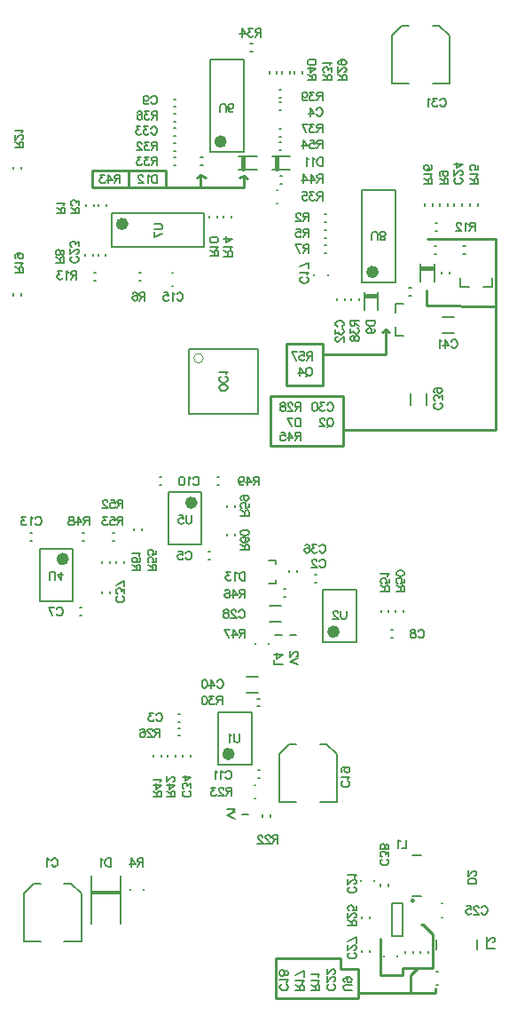
<source format=gbr>
%TF.GenerationSoftware,Altium Limited,Altium Designer,23.4.1 (23)*%
G04 Layer_Color=32896*
%FSLAX26Y26*%
%MOIN*%
%TF.SameCoordinates,0B69EAEB-4B52-49E6-8846-B3B3CADC8916*%
%TF.FilePolarity,Positive*%
%TF.FileFunction,Legend,Bot*%
%TF.Part,Single*%
G01*
G75*
%TA.AperFunction,NonConductor*%
%ADD56C,0.023622*%
%ADD57C,0.009842*%
%ADD58C,0.003937*%
%ADD59C,0.000000*%
%ADD60C,0.010000*%
%ADD61C,0.007874*%
%ADD62C,0.015748*%
%ADD63C,0.008000*%
%ADD64C,0.011811*%
%ADD65C,0.005906*%
D56*
X399606Y2930118D02*
G03*
X399606Y2930118I-11811J0D01*
G01*
X769685Y3239173D02*
G03*
X769685Y3239173I-11811J0D01*
G01*
X659449Y1883858D02*
G03*
X659449Y1883858I-11811J0D01*
G01*
X1193898Y1399606D02*
G03*
X1193898Y1399606I-11811J0D01*
G01*
X1340551Y2750000D02*
G03*
X1340551Y2750000I-11811J0D01*
G01*
X176181Y1672244D02*
G03*
X176181Y1672244I-11811J0D01*
G01*
X799213Y940945D02*
G03*
X799213Y940945I-11811J0D01*
G01*
D57*
X1484252Y390748D02*
G03*
X1484252Y390748I-4921J0D01*
G01*
D58*
X1685039Y594488D02*
G03*
X1685039Y594488I-1968J0D01*
G01*
D59*
X692626Y2426083D02*
G03*
X692626Y2426083I-17677J0D01*
G01*
D60*
X1533465Y2681102D02*
X1533506Y2622344D01*
X944882Y2283465D02*
X1220169D01*
Y2096918D02*
Y2283465D01*
X1220472Y2158465D02*
Y2204724D01*
X1536417Y2874016D02*
X1791339D01*
Y2795276D02*
Y2874016D01*
X1366142Y2524606D02*
X1379921Y2533465D01*
X1393701Y2524606D01*
X276575Y3129921D02*
X276578Y3116142D01*
X276575Y3129921D02*
X413386Y3128937D01*
X553150D01*
Y3116142D02*
Y3128937D01*
X844078Y3110228D02*
X844942Y3065945D01*
X828740Y3102211D02*
X844488Y3110236D01*
X844426Y3110274D02*
X859252Y3101227D01*
X667323Y3105315D02*
X683071Y3115157D01*
X701772Y3104331D01*
X683071Y3115157D02*
X701772Y3104331D01*
X276563Y3068032D02*
Y3075906D01*
X412402Y3068898D02*
Y3128937D01*
X964567Y173228D02*
X968504D01*
X964567Y23622D02*
Y173228D01*
X276563Y3075906D02*
X276578Y3116142D01*
X944882Y2096918D02*
X1220169D01*
X1791339Y2619094D02*
Y2855315D01*
X1533506Y2622344D02*
X1791339Y2619094D01*
X1792323Y2385827D01*
X1791339Y2158465D02*
Y2401575D01*
X1220472Y2158465D02*
X1791339D01*
X1379921Y2440945D02*
Y2533465D01*
X1141732Y2440945D02*
X1379921D01*
X1141732D02*
Y2480315D01*
X1005905D02*
X1141732D01*
X1005905Y2322835D02*
Y2480315D01*
Y2322835D02*
X1141732D01*
Y2480315D01*
X944882Y2096918D02*
Y2283465D01*
X553150Y3065945D02*
Y3075787D01*
Y3065945D02*
X844942D01*
X276563Y3068032D02*
X553150Y3065945D01*
Y3116142D01*
X683071Y3065945D02*
Y3115157D01*
X1208661Y133858D02*
Y141732D01*
Y133858D02*
X1220472D01*
X1208661Y141732D02*
Y173228D01*
X968504D02*
X1208661D01*
X964567Y23622D02*
X1275591D01*
Y43307D01*
X1358268Y110236D02*
Y248031D01*
Y110236D02*
X1440945D01*
Y137795D01*
X1500000D01*
X1511811Y299213D02*
X1519685D01*
X1555118Y263779D01*
Y137795D02*
Y263779D01*
X1500000Y137795D02*
X1555118D01*
X1472441Y110236D02*
X1500000Y137795D01*
X1472441Y43307D02*
Y110236D01*
X1220472Y133858D02*
X1275591D01*
Y43307D02*
Y133858D01*
Y43307D02*
X1566929D01*
Y59055D01*
D61*
X1415354Y2629921D02*
X1446850D01*
X1415354Y2598425D02*
Y2629921D01*
Y2511811D02*
X1446850D01*
X1415354D02*
Y2543307D01*
X1466047Y2689961D02*
X1473921D01*
X1466047Y2660433D02*
X1473921D01*
X1593504Y2581693D02*
X1636811D01*
X1593504Y2520669D02*
X1636811D01*
X8858Y2661417D02*
Y2669291D01*
X-20669Y2661417D02*
Y2669291D01*
X7874Y3137299D02*
Y3145173D01*
X-21654Y3137299D02*
Y3145173D01*
X744095Y2953740D02*
Y2961614D01*
X714567Y2953740D02*
Y2961614D01*
X248031Y2809055D02*
Y2816929D01*
X277559Y2809055D02*
Y2816929D01*
X573819Y2695866D02*
X577756D01*
X573819Y2747047D02*
X577756D01*
X694882Y2843504D02*
Y2969488D01*
X348425Y2843504D02*
Y2969488D01*
Y2843504D02*
X694882D01*
X348425Y2969488D02*
X694882D01*
X450787Y2747047D02*
X458661D01*
X450787Y2717520D02*
X458661D01*
X297244Y2810039D02*
Y2817913D01*
X326772Y2810039D02*
Y2817913D01*
X282480Y2718504D02*
X290354D01*
X282480Y2748032D02*
X290354D01*
X769685Y2953740D02*
Y2961614D01*
X799213Y2953740D02*
Y2961614D01*
X300197Y2996063D02*
Y3003937D01*
X329724Y2996063D02*
Y3003937D01*
X252953Y2996063D02*
Y3003937D01*
X282480Y2996063D02*
Y3003937D01*
X1561024Y2712598D02*
Y2779528D01*
X1509842Y2712598D02*
Y2779528D01*
X1560528Y2846457D02*
X1568402D01*
X1560528Y2816929D02*
X1568402D01*
X1348425Y2608268D02*
Y2675197D01*
X1297244Y2608268D02*
Y2675197D01*
X1225394Y2644197D02*
Y2652071D01*
X1195866Y2644197D02*
Y2652071D01*
X1277559Y2644197D02*
Y2652071D01*
X1248031Y2644197D02*
Y2652071D01*
X1669291Y2846457D02*
X1677165D01*
X1669291Y2816929D02*
X1677165D01*
X718504Y3199803D02*
Y3546260D01*
X844488Y3199803D02*
Y3546260D01*
X718504Y3199803D02*
X844488D01*
X718504Y3546260D02*
X844488D01*
X580709Y3369095D02*
X588583D01*
X580709Y3398622D02*
X588583D01*
X580709Y3234252D02*
X588583D01*
X580709Y3204724D02*
X588583D01*
X580709Y3149606D02*
X588583D01*
X580709Y3179134D02*
X588583D01*
X683071Y3149606D02*
X690945D01*
X683071Y3179134D02*
X690945D01*
X580709Y3259843D02*
X588583D01*
X580709Y3289370D02*
X588583D01*
X580709Y3313976D02*
X588583D01*
X580709Y3343504D02*
X588583D01*
X528244Y1979331D02*
X536118D01*
X528244Y1949803D02*
X536118D01*
X561024Y1726378D02*
X687008D01*
X561024Y1923228D02*
X687008D01*
X561024Y1726378D02*
Y1923228D01*
X687008Y1726378D02*
Y1923228D01*
X396654Y1656496D02*
Y1664370D01*
X367126Y1656496D02*
Y1664370D01*
X1046260Y1623032D02*
Y1630906D01*
X1016732Y1623032D02*
Y1630906D01*
X1111220Y1585142D02*
X1119094D01*
X1111220Y1614669D02*
X1119094D01*
X1444386Y1472441D02*
Y1480315D01*
X1414858Y1472441D02*
Y1480315D01*
X1398622Y1377953D02*
X1406496D01*
X1398622Y1407480D02*
X1406496D01*
X938976Y1354331D02*
Y1358268D01*
X887795Y1354331D02*
Y1358268D01*
X1142717Y1557087D02*
X1268701D01*
X1142717Y1360236D02*
X1268701D01*
Y1557087D01*
X1142717Y1360236D02*
Y1557087D01*
X1390260Y1472441D02*
Y1480315D01*
X1360732Y1472441D02*
Y1480315D01*
X995575Y1560039D02*
X1003449D01*
X995575Y1530512D02*
X1003449D01*
X942913Y1436024D02*
X986221D01*
X942913Y1497047D02*
X986221D01*
X937480Y1580158D02*
X966535D01*
Y1593937D01*
X937480Y1666772D02*
X966535D01*
Y1652992D02*
Y1666772D01*
X1018701Y1387795D02*
X1042323D01*
X963583Y1387795D02*
X987205D01*
X598921Y1038386D02*
X606795D01*
X598921Y1008858D02*
X606795D01*
X598921Y1089567D02*
X606795D01*
X598921Y1060039D02*
X606795D01*
X811024Y1866142D02*
Y1874016D01*
X781496Y1866142D02*
Y1874016D01*
X1564465Y2934055D02*
X1572339D01*
X1564465Y2904528D02*
X1572339D01*
X1526575Y2998032D02*
Y3005905D01*
X1556102Y2998032D02*
Y3005905D01*
X1695866Y2998032D02*
Y3005905D01*
X1725394Y2998032D02*
Y3005905D01*
X1746063Y2694819D02*
X1777559D01*
Y2726315D01*
X1659449Y2694819D02*
X1690945D01*
X1659449D02*
Y2726315D01*
X1589567Y2742126D02*
Y2750000D01*
X1619094Y2742126D02*
Y2750000D01*
X1581693Y2998032D02*
Y3005905D01*
X1611220Y2998032D02*
Y3005905D01*
X1636811Y2998032D02*
Y3005905D01*
X1666339Y2998032D02*
Y3005905D01*
X1538386Y192913D02*
Y200787D01*
X1508858Y192913D02*
Y200787D01*
X1453740Y192913D02*
Y200787D01*
X1483268Y192913D02*
Y200787D01*
X1423228Y179134D02*
Y183071D01*
X1372047Y179134D02*
Y183071D01*
X1401575Y379921D02*
X1440945D01*
X1401575Y257874D02*
X1440945D01*
Y379921D01*
X1401575Y257874D02*
Y379921D01*
X1568110Y206693D02*
Y242126D01*
X1723228Y206693D02*
Y242126D01*
X1388780Y444882D02*
Y452756D01*
X1359252Y444882D02*
Y452756D01*
X1588583Y328740D02*
X1592520D01*
X1588583Y379921D02*
X1592520D01*
X1336614Y462598D02*
Y466535D01*
X1285433Y462598D02*
Y466535D01*
X1288386Y196850D02*
Y204724D01*
X1317913Y196850D02*
Y204724D01*
X1288386Y322835D02*
Y330709D01*
X1317913Y322835D02*
Y330709D01*
X1569882Y72835D02*
X1573819D01*
X1569882Y124016D02*
X1573819D01*
X1532480Y2251968D02*
Y2295276D01*
X1471457Y2251968D02*
Y2295276D01*
X1618110Y3457677D02*
Y3636319D01*
X1554134Y3457677D02*
X1618110D01*
X1401575D02*
X1465551D01*
X1401575D02*
Y3636319D01*
X1554134Y3674213D02*
X1580216D01*
X1618110Y3636319D01*
X1401575D02*
X1439468Y3674213D01*
X1465551D01*
X1289370Y2710630D02*
Y3057086D01*
X1415354Y2710630D02*
Y3057086D01*
X1289370Y2710630D02*
X1415354D01*
X1289370Y3057086D02*
X1415354D01*
X1147638Y2906496D02*
X1155512D01*
X1147638Y2876968D02*
X1155512D01*
X977362Y3208661D02*
X985236D01*
X977362Y3238189D02*
X985236D01*
X203740Y1514764D02*
Y1711614D01*
X77756Y1514764D02*
Y1711614D01*
X203740D01*
X77756Y1514764D02*
X203740D01*
X341535Y1656496D02*
Y1664370D01*
X312008Y1656496D02*
Y1664370D01*
X341535Y1542323D02*
Y1550197D01*
X312008Y1542323D02*
Y1550197D01*
X238189Y1770669D02*
X246063D01*
X238189Y1741142D02*
X246063D01*
X350890D02*
X358764D01*
X350890Y1770669D02*
X358764D01*
X854331Y1231299D02*
X897638D01*
X854331Y1170276D02*
X897638D01*
X42323Y1741142D02*
X50197D01*
X42323Y1770669D02*
X50197D01*
X228346Y1460630D02*
X236220D01*
X228346Y1490158D02*
X236220D01*
X589567Y930606D02*
Y938480D01*
X560039Y930606D02*
Y938480D01*
X898921Y880906D02*
X906795D01*
X898921Y851378D02*
X906795D01*
X884646Y773622D02*
X888583D01*
X884646Y824803D02*
X888583D01*
X1478346Y561811D02*
X1513780D01*
X1478346Y406693D02*
X1513780D01*
X460630Y1779032D02*
Y1786906D01*
X431102Y1779032D02*
Y1786906D01*
X744095Y1979331D02*
X751968D01*
X744095Y1949803D02*
X751968D01*
X711913Y1700787D02*
X719787D01*
X711913Y1671260D02*
X719787D01*
X812008Y1759842D02*
Y1767716D01*
X782480Y1759842D02*
Y1767716D01*
X915158Y704724D02*
Y712598D01*
X944685Y704724D02*
Y712598D01*
X838583D02*
X862205D01*
X748032Y1098425D02*
X874016D01*
X748032Y901575D02*
X874016D01*
Y1098425D01*
X748032Y901575D02*
Y1098425D01*
X615158Y930606D02*
Y938480D01*
X644685Y930606D02*
Y938480D01*
X534449Y930606D02*
Y938480D01*
X504921Y930606D02*
Y938480D01*
X1194882Y761811D02*
Y940453D01*
X1130906Y761811D02*
X1194882D01*
X978346D02*
X1042323D01*
X978346D02*
Y940453D01*
X1130906Y978346D02*
X1156988D01*
X1194882Y940453D01*
X978346D02*
X1016240Y978346D01*
X1042323D01*
X981299Y3109252D02*
X989173D01*
X981299Y3079724D02*
X989173D01*
X940945Y3494839D02*
Y3502713D01*
X970472Y3494839D02*
Y3502713D01*
X978835Y3404528D02*
X986709D01*
X978835Y3434055D02*
X986709D01*
X977362Y3257874D02*
X985236D01*
X977362Y3287402D02*
X985236D01*
X968504Y3005906D02*
X972441D01*
X968504Y3057087D02*
X972441D01*
X869394Y3607284D02*
X877268D01*
X869394Y3577756D02*
X877268D01*
X1017717Y3494839D02*
Y3502713D01*
X988189Y3494839D02*
Y3502713D01*
X897142Y1119094D02*
X905016D01*
X897142Y1148622D02*
X905016D01*
X1064961Y3494839D02*
Y3502713D01*
X1035433Y3494839D02*
Y3502713D01*
X1147638Y2851378D02*
X1155512D01*
X1147638Y2821850D02*
X1155512D01*
X470472Y429134D02*
Y433071D01*
X419291Y429134D02*
Y433071D01*
X1147638Y2965551D02*
X1155512D01*
X1147638Y2936024D02*
X1155512D01*
X826968Y3184055D02*
X893898D01*
X826968Y3132874D02*
X893898D01*
X952756Y3184055D02*
X1019685D01*
X952756Y3132874D02*
X1019685D01*
X1161417Y2736220D02*
Y2740157D01*
X1110236Y2736220D02*
Y2740157D01*
X978835Y3385827D02*
X986709D01*
X978835Y3356299D02*
X986709D01*
X55610Y454724D02*
X81693D01*
X17717Y416831D02*
X55610Y454724D01*
X196358D02*
X234252Y416831D01*
X170276Y454724D02*
X196358D01*
X17717Y238189D02*
Y416831D01*
Y238189D02*
X81693D01*
X170276D02*
X234252D01*
Y416831D01*
X456690Y1630754D02*
X425200D01*
X456690D02*
Y1644250D01*
X455190Y1648748D01*
X453691Y1650248D01*
X450692Y1651747D01*
X447693D01*
X444694Y1650248D01*
X443194Y1648748D01*
X441695Y1644250D01*
Y1630754D01*
Y1641251D02*
X425200Y1651747D01*
X452191Y1676789D02*
X455190Y1675289D01*
X456690Y1670791D01*
Y1667792D01*
X455190Y1663293D01*
X450692Y1660294D01*
X443194Y1658795D01*
X435697D01*
X429699Y1660294D01*
X426700Y1663293D01*
X425200Y1667792D01*
Y1669291D01*
X426700Y1673790D01*
X429699Y1676789D01*
X434197Y1678288D01*
X435697D01*
X440195Y1676789D01*
X443194Y1673790D01*
X444694Y1669291D01*
Y1667792D01*
X443194Y1663293D01*
X440195Y1660294D01*
X435697Y1658795D01*
X450692Y1685186D02*
X452191Y1688185D01*
X456690Y1692683D01*
X425200D01*
X864170Y1706382D02*
X832681D01*
X864170D02*
Y1719878D01*
X862670Y1724376D01*
X861171Y1725876D01*
X858172Y1727375D01*
X855173D01*
X852174Y1725876D01*
X850674Y1724376D01*
X849175Y1719878D01*
Y1706382D01*
Y1716879D02*
X832681Y1727375D01*
X859671Y1752417D02*
X862670Y1750917D01*
X864170Y1746419D01*
Y1743420D01*
X862670Y1738921D01*
X858172Y1735922D01*
X850674Y1734423D01*
X843177D01*
X837179Y1735922D01*
X834180Y1738921D01*
X832681Y1743420D01*
Y1744919D01*
X834180Y1749418D01*
X837179Y1752417D01*
X841678Y1753916D01*
X843177D01*
X847675Y1752417D01*
X850674Y1749418D01*
X852174Y1744919D01*
Y1743420D01*
X850674Y1738921D01*
X847675Y1735922D01*
X843177Y1734423D01*
X864170Y1769811D02*
X862670Y1765312D01*
X858172Y1762313D01*
X850674Y1760814D01*
X846176D01*
X838678Y1762313D01*
X834180Y1765312D01*
X832681Y1769811D01*
Y1772810D01*
X834180Y1777308D01*
X838678Y1780307D01*
X846176Y1781807D01*
X850674D01*
X858172Y1780307D01*
X862670Y1777308D01*
X864170Y1772810D01*
Y1769811D01*
Y1835244D02*
X832681D01*
X864170D02*
Y1848739D01*
X862670Y1853238D01*
X861171Y1854737D01*
X858172Y1856237D01*
X855173D01*
X852174Y1854737D01*
X850674Y1853238D01*
X849175Y1848739D01*
Y1835244D01*
Y1845741D02*
X832681Y1856237D01*
X864170Y1881278D02*
Y1866284D01*
X850674Y1864784D01*
X852174Y1866284D01*
X853673Y1870782D01*
Y1875281D01*
X852174Y1879779D01*
X849175Y1882778D01*
X844676Y1884277D01*
X841678D01*
X837179Y1882778D01*
X834180Y1879779D01*
X832681Y1875281D01*
Y1870782D01*
X834180Y1866284D01*
X835679Y1864784D01*
X838678Y1863285D01*
X853673Y1910819D02*
X849175Y1909319D01*
X846176Y1906320D01*
X844676Y1901822D01*
Y1900322D01*
X846176Y1895824D01*
X849175Y1892825D01*
X853673Y1891325D01*
X855173D01*
X859671Y1892825D01*
X862670Y1895824D01*
X864170Y1900322D01*
Y1901822D01*
X862670Y1906320D01*
X859671Y1909319D01*
X853673Y1910819D01*
X846176D01*
X838678Y1909319D01*
X834180Y1906320D01*
X832681Y1901822D01*
Y1898823D01*
X834180Y1894324D01*
X837179Y1892825D01*
X1102703Y2448816D02*
Y2417326D01*
Y2448816D02*
X1089208D01*
X1084709Y2447316D01*
X1083210Y2445817D01*
X1081710Y2442818D01*
Y2439819D01*
X1083210Y2436820D01*
X1084709Y2435320D01*
X1089208Y2433821D01*
X1102703D01*
X1092207D02*
X1081710Y2417326D01*
X1056669Y2448816D02*
X1071664D01*
X1073163Y2435320D01*
X1071664Y2436820D01*
X1067165Y2438319D01*
X1062667D01*
X1058168Y2436820D01*
X1055169Y2433821D01*
X1053670Y2429322D01*
Y2426323D01*
X1055169Y2421825D01*
X1058168Y2418826D01*
X1062667Y2417326D01*
X1067165D01*
X1071664Y2418826D01*
X1073163Y2420325D01*
X1074663Y2423324D01*
X1025629Y2448816D02*
X1040624Y2417326D01*
X1046622Y2448816D02*
X1025629D01*
X515745Y1630754D02*
X484255D01*
X515745D02*
Y1644250D01*
X514245Y1648748D01*
X512746Y1650248D01*
X509747Y1651747D01*
X506748D01*
X503749Y1650248D01*
X502249Y1648748D01*
X500750Y1644250D01*
Y1630754D01*
Y1641251D02*
X484255Y1651747D01*
X515745Y1676789D02*
Y1661794D01*
X502249Y1660294D01*
X503749Y1661794D01*
X505248Y1666292D01*
Y1670791D01*
X503749Y1675289D01*
X500750Y1678288D01*
X496251Y1679788D01*
X493252D01*
X488754Y1678288D01*
X485755Y1675289D01*
X484255Y1670791D01*
Y1666292D01*
X485755Y1661794D01*
X487254Y1660294D01*
X490253Y1658795D01*
X515745Y1704829D02*
Y1689834D01*
X502249Y1688335D01*
X503749Y1689834D01*
X505248Y1694333D01*
Y1698831D01*
X503749Y1703330D01*
X500750Y1706329D01*
X496251Y1707828D01*
X493252D01*
X488754Y1706329D01*
X485755Y1703330D01*
X484255Y1698831D01*
Y1694333D01*
X485755Y1689834D01*
X487254Y1688335D01*
X490253Y1686835D01*
X1141083Y3244091D02*
Y3212602D01*
Y3244091D02*
X1127587D01*
X1123089Y3242592D01*
X1121589Y3241092D01*
X1120090Y3238093D01*
Y3235094D01*
X1121589Y3232095D01*
X1123089Y3230596D01*
X1127587Y3229096D01*
X1141083D01*
X1130586D02*
X1120090Y3212602D01*
X1095048Y3244091D02*
X1110043D01*
X1111543Y3230596D01*
X1110043Y3232095D01*
X1105545Y3233595D01*
X1101046D01*
X1096548Y3232095D01*
X1093549Y3229096D01*
X1092049Y3224598D01*
Y3221599D01*
X1093549Y3217100D01*
X1096548Y3214101D01*
X1101046Y3212602D01*
X1105545D01*
X1110043Y3214101D01*
X1111543Y3215601D01*
X1113042Y3218600D01*
X1070007Y3244091D02*
X1085002Y3223098D01*
X1062509D01*
X1070007Y3244091D02*
Y3212602D01*
X1247050Y2567074D02*
X1278540D01*
X1247050D02*
Y2553579D01*
X1248550Y2549080D01*
X1250049Y2547581D01*
X1253048Y2546081D01*
X1256047D01*
X1259046Y2547581D01*
X1260546Y2549080D01*
X1262045Y2553579D01*
Y2567074D01*
Y2556577D02*
X1278540Y2546081D01*
X1247050Y2536034D02*
Y2519540D01*
X1259046Y2528537D01*
Y2524039D01*
X1260546Y2521039D01*
X1262045Y2519540D01*
X1266544Y2518041D01*
X1269543D01*
X1274041Y2519540D01*
X1277040Y2522539D01*
X1278540Y2527037D01*
Y2531536D01*
X1277040Y2536034D01*
X1275541Y2537534D01*
X1272542Y2539033D01*
X1247050Y2503495D02*
X1248550Y2507994D01*
X1251549Y2509493D01*
X1254548D01*
X1257547Y2507994D01*
X1259046Y2504995D01*
X1260546Y2498997D01*
X1262045Y2494499D01*
X1265044Y2491499D01*
X1268043Y2490000D01*
X1272542D01*
X1275541Y2491499D01*
X1277040Y2492999D01*
X1278540Y2497497D01*
Y2503495D01*
X1277040Y2507994D01*
X1275541Y2509493D01*
X1272542Y2510993D01*
X1268043D01*
X1265044Y2509493D01*
X1262045Y2506494D01*
X1260546Y2501996D01*
X1259046Y2495998D01*
X1257547Y2492999D01*
X1254548Y2491499D01*
X1251549D01*
X1248550Y2492999D01*
X1247050Y2497497D01*
Y2503495D01*
X1625120Y2488562D02*
X1626619Y2491561D01*
X1629618Y2494560D01*
X1632617Y2496060D01*
X1638615D01*
X1641614Y2494560D01*
X1644613Y2491561D01*
X1646112Y2488562D01*
X1647612Y2484064D01*
Y2476566D01*
X1646112Y2472068D01*
X1644613Y2469069D01*
X1641614Y2466070D01*
X1638615Y2464570D01*
X1632617D01*
X1629618Y2466070D01*
X1626619Y2469069D01*
X1625120Y2472068D01*
X1601278Y2496060D02*
X1616273Y2475067D01*
X1593780D01*
X1601278Y2496060D02*
Y2464570D01*
X1588232Y2490062D02*
X1585233Y2491561D01*
X1580735Y2496060D01*
Y2464570D01*
X745056Y1211987D02*
X746556Y1214986D01*
X749555Y1217985D01*
X752554Y1219485D01*
X758552D01*
X761551Y1217985D01*
X764550Y1214986D01*
X766049Y1211987D01*
X767549Y1207489D01*
Y1199991D01*
X766049Y1195493D01*
X764550Y1192494D01*
X761551Y1189495D01*
X758552Y1187995D01*
X752554D01*
X749555Y1189495D01*
X746556Y1192494D01*
X745056Y1195493D01*
X721214Y1219485D02*
X736209Y1198492D01*
X713717D01*
X721214Y1219485D02*
Y1187995D01*
X699172Y1219485D02*
X703670Y1217985D01*
X706669Y1213487D01*
X708169Y1205989D01*
Y1201491D01*
X706669Y1193994D01*
X703670Y1189495D01*
X699172Y1187995D01*
X696173D01*
X691674Y1189495D01*
X688675Y1193994D01*
X687176Y1201491D01*
Y1205989D01*
X688675Y1213487D01*
X691674Y1217985D01*
X696173Y1219485D01*
X699172D01*
X1583050Y2257662D02*
X1586049Y2256162D01*
X1589048Y2253164D01*
X1590548Y2250164D01*
Y2244167D01*
X1589048Y2241168D01*
X1586049Y2238169D01*
X1583050Y2236669D01*
X1578552Y2235170D01*
X1571054D01*
X1566556Y2236669D01*
X1563557Y2238169D01*
X1560558Y2241168D01*
X1559059Y2244167D01*
Y2250164D01*
X1560558Y2253164D01*
X1563557Y2256162D01*
X1566556Y2257662D01*
X1590548Y2269508D02*
Y2286002D01*
X1578552Y2277006D01*
Y2281504D01*
X1577052Y2284503D01*
X1575553Y2286002D01*
X1571054Y2287502D01*
X1568055D01*
X1563557Y2286002D01*
X1560558Y2283003D01*
X1559059Y2278505D01*
Y2274006D01*
X1560558Y2269508D01*
X1562057Y2268008D01*
X1565056Y2266509D01*
X1580051Y2314043D02*
X1575553Y2312543D01*
X1572554Y2309544D01*
X1571054Y2305046D01*
Y2303546D01*
X1572554Y2299048D01*
X1575553Y2296049D01*
X1580051Y2294550D01*
X1581551D01*
X1586049Y2296049D01*
X1589048Y2299048D01*
X1590548Y2303546D01*
Y2305046D01*
X1589048Y2309544D01*
X1586049Y2312543D01*
X1580051Y2314043D01*
X1572554D01*
X1565056Y2312543D01*
X1560558Y2309544D01*
X1559059Y2305046D01*
Y2302047D01*
X1560558Y2297548D01*
X1563557Y2296049D01*
X1382263Y545298D02*
X1385262Y543798D01*
X1388261Y540799D01*
X1389760Y537801D01*
Y531803D01*
X1388261Y528804D01*
X1385262Y525805D01*
X1382263Y524305D01*
X1377764Y522806D01*
X1370267D01*
X1365768Y524305D01*
X1362769Y525805D01*
X1359770Y528804D01*
X1358271Y531803D01*
Y537801D01*
X1359770Y540799D01*
X1362769Y543798D01*
X1365768Y545298D01*
X1389760Y557144D02*
Y573638D01*
X1377764Y564641D01*
Y569140D01*
X1376265Y572139D01*
X1374765Y573638D01*
X1370267Y575138D01*
X1367268D01*
X1362769Y573638D01*
X1359770Y570639D01*
X1358271Y566141D01*
Y561643D01*
X1359770Y557144D01*
X1361270Y555644D01*
X1364269Y554145D01*
X1389760Y589683D02*
X1388261Y585184D01*
X1385262Y583685D01*
X1382263D01*
X1379264Y585184D01*
X1377764Y588183D01*
X1376265Y594181D01*
X1374765Y598680D01*
X1371766Y601679D01*
X1368767Y603178D01*
X1364269D01*
X1361270Y601679D01*
X1359770Y600179D01*
X1358271Y595681D01*
Y589683D01*
X1359770Y585184D01*
X1361270Y583685D01*
X1364269Y582186D01*
X1368767D01*
X1371766Y583685D01*
X1374765Y586684D01*
X1376265Y591183D01*
X1377764Y597180D01*
X1379264Y600179D01*
X1382263Y601679D01*
X1385262D01*
X1388261Y600179D01*
X1389760Y595681D01*
Y589683D01*
X784446Y2312492D02*
X782946Y2309493D01*
X779947Y2306494D01*
X776948Y2304994D01*
X772449Y2303495D01*
X764952D01*
X760454Y2304994D01*
X757455Y2306494D01*
X754456Y2309493D01*
X752956Y2312492D01*
Y2318490D01*
X754456Y2321488D01*
X757455Y2324488D01*
X760454Y2325987D01*
X764952Y2327486D01*
X772449D01*
X776948Y2325987D01*
X779947Y2324488D01*
X782946Y2321488D01*
X784446Y2318490D01*
Y2312492D01*
X776948Y2357326D02*
X779947Y2355827D01*
X782946Y2352828D01*
X784446Y2349829D01*
Y2343831D01*
X782946Y2340832D01*
X779947Y2337833D01*
X776948Y2336334D01*
X772449Y2334834D01*
X764952D01*
X760454Y2336334D01*
X757455Y2337833D01*
X754456Y2340832D01*
X752956Y2343831D01*
Y2349829D01*
X754456Y2352828D01*
X757455Y2355827D01*
X760454Y2357326D01*
X778447Y2366173D02*
X779947Y2369172D01*
X784446Y2373671D01*
X752956D01*
X344541Y549209D02*
Y517720D01*
Y549209D02*
X334044D01*
X329546Y547710D01*
X326547Y544711D01*
X325047Y541712D01*
X323548Y537213D01*
Y529716D01*
X325047Y525217D01*
X326547Y522218D01*
X329546Y519219D01*
X334044Y517720D01*
X344541D01*
X316500Y543211D02*
X313501Y544711D01*
X309003Y549209D01*
Y517720D01*
X1050194Y1276664D02*
X1018704Y1288660D01*
X1050194Y1300656D02*
X1018704Y1288660D01*
X1042696Y1306204D02*
X1044196D01*
X1047195Y1307704D01*
X1048694Y1309203D01*
X1050194Y1312202D01*
Y1318200D01*
X1048694Y1321199D01*
X1047195Y1322699D01*
X1044196Y1324198D01*
X1041197D01*
X1038197Y1322699D01*
X1033699Y1319700D01*
X1018704Y1304705D01*
Y1325698D01*
X812322Y698766D02*
X780833Y710762D01*
X812322Y722758D02*
X780833Y710762D01*
X806324Y726807D02*
X807823Y729806D01*
X812322Y734304D01*
X780833D01*
X466211Y549209D02*
Y517720D01*
Y549209D02*
X452716D01*
X448217Y547710D01*
X446718Y546210D01*
X445218Y543211D01*
Y540212D01*
X446718Y537213D01*
X448217Y535714D01*
X452716Y534214D01*
X466211D01*
X455715D02*
X445218Y517720D01*
X423176Y549209D02*
X438171Y528216D01*
X415678D01*
X423176Y549209D02*
Y517720D01*
X991139Y1276664D02*
X959649D01*
Y1294658D01*
X991139Y1313102D02*
X970146Y1298107D01*
Y1320600D01*
X991139Y1313102D02*
X959649D01*
X122910Y541712D02*
X124410Y544711D01*
X127409Y547710D01*
X130408Y549209D01*
X136406D01*
X139405Y547710D01*
X142404Y544711D01*
X143903Y541712D01*
X145403Y537213D01*
Y529716D01*
X143903Y525217D01*
X142404Y522218D01*
X139405Y519219D01*
X136406Y517720D01*
X130408D01*
X127409Y519219D01*
X124410Y522218D01*
X122910Y525217D01*
X114063Y543211D02*
X111064Y544711D01*
X106566Y549209D01*
Y517720D01*
X1235610Y838876D02*
X1238609Y837377D01*
X1241608Y834378D01*
X1243107Y831379D01*
Y825381D01*
X1241608Y822382D01*
X1238609Y819383D01*
X1235610Y817883D01*
X1231111Y816384D01*
X1223613D01*
X1219115Y817883D01*
X1216116Y819383D01*
X1213117Y822382D01*
X1211618Y825381D01*
Y831379D01*
X1213117Y834378D01*
X1216116Y837377D01*
X1219115Y838876D01*
X1237109Y847723D02*
X1238609Y850722D01*
X1243107Y855221D01*
X1211618D01*
X1232611Y890309D02*
X1228112Y888809D01*
X1225113Y885810D01*
X1223613Y881312D01*
Y879812D01*
X1225113Y875314D01*
X1228112Y872315D01*
X1232611Y870816D01*
X1234110D01*
X1238609Y872315D01*
X1241608Y875314D01*
X1243107Y879812D01*
Y881312D01*
X1241608Y885810D01*
X1238609Y888809D01*
X1232611Y890309D01*
X1225113D01*
X1217616Y888809D01*
X1213117Y885810D01*
X1211618Y881312D01*
Y878313D01*
X1213117Y873814D01*
X1216116Y872315D01*
X1117123Y3470081D02*
X1085633D01*
X1117123D02*
Y3483577D01*
X1115623Y3488075D01*
X1114124Y3489575D01*
X1111125Y3491074D01*
X1108126D01*
X1105127Y3489575D01*
X1103627Y3488075D01*
X1102128Y3483577D01*
Y3470081D01*
Y3480578D02*
X1085633Y3491074D01*
X1117123Y3513117D02*
X1096130Y3498122D01*
Y3520614D01*
X1117123Y3513117D02*
X1085633D01*
X1117123Y3535159D02*
X1115623Y3530661D01*
X1111125Y3527662D01*
X1103627Y3526162D01*
X1099129D01*
X1091631Y3527662D01*
X1087133Y3530661D01*
X1085633Y3535159D01*
Y3538158D01*
X1087133Y3542657D01*
X1091631Y3545656D01*
X1099129Y3547155D01*
X1103627D01*
X1111125Y3545656D01*
X1115623Y3542657D01*
X1117123Y3538158D01*
Y3535159D01*
X1141083Y3424209D02*
Y3392720D01*
Y3424209D02*
X1127587D01*
X1123089Y3422710D01*
X1121589Y3421210D01*
X1120090Y3418211D01*
Y3415212D01*
X1121589Y3412213D01*
X1123089Y3410714D01*
X1127587Y3409214D01*
X1141083D01*
X1130586D02*
X1120090Y3392720D01*
X1110043Y3424209D02*
X1093549D01*
X1102546Y3412213D01*
X1098047D01*
X1095048Y3410714D01*
X1093549Y3409214D01*
X1092049Y3404716D01*
Y3401717D01*
X1093549Y3397218D01*
X1096548Y3394219D01*
X1101046Y3392720D01*
X1105545D01*
X1110043Y3394219D01*
X1111543Y3395719D01*
X1113042Y3398718D01*
X1065508Y3413713D02*
X1067008Y3409214D01*
X1070007Y3406215D01*
X1074505Y3404716D01*
X1076005D01*
X1080503Y3406215D01*
X1083502Y3409214D01*
X1085002Y3413713D01*
Y3415212D01*
X1083502Y3419711D01*
X1080503Y3422710D01*
X1076005Y3424209D01*
X1074505D01*
X1070007Y3422710D01*
X1067008Y3419711D01*
X1065508Y3413713D01*
Y3406215D01*
X1067008Y3398718D01*
X1070007Y3394219D01*
X1074505Y3392720D01*
X1077504D01*
X1082003Y3394219D01*
X1083502Y3397218D01*
X1251965Y53498D02*
X1229473D01*
X1224974Y54997D01*
X1221975Y57996D01*
X1220476Y62495D01*
Y65493D01*
X1221975Y69992D01*
X1224974Y72991D01*
X1229473Y74490D01*
X1251965D01*
X1241469Y102681D02*
X1236970Y101181D01*
X1233971Y98183D01*
X1232472Y93684D01*
Y92185D01*
X1233971Y87686D01*
X1236970Y84687D01*
X1241469Y83188D01*
X1242968D01*
X1247467Y84687D01*
X1250466Y87686D01*
X1251965Y92185D01*
Y93684D01*
X1250466Y98183D01*
X1247467Y101181D01*
X1241469Y102681D01*
X1233971D01*
X1226474Y101181D01*
X1221975Y98183D01*
X1220476Y93684D01*
Y90685D01*
X1221975Y86187D01*
X1224974Y84687D01*
X1326627Y2868901D02*
Y2891393D01*
X1328127Y2895892D01*
X1331126Y2898891D01*
X1335624Y2900390D01*
X1338623D01*
X1343121Y2898891D01*
X1346120Y2895892D01*
X1347620Y2891393D01*
Y2868901D01*
X1363815D02*
X1359316Y2870400D01*
X1357817Y2873399D01*
Y2876398D01*
X1359316Y2879397D01*
X1362315Y2880897D01*
X1368313Y2882396D01*
X1372812Y2883896D01*
X1375811Y2886895D01*
X1377310Y2889894D01*
Y2894392D01*
X1375811Y2897391D01*
X1374311Y2898891D01*
X1369812Y2900390D01*
X1363815D01*
X1359316Y2898891D01*
X1357817Y2897391D01*
X1356317Y2894392D01*
Y2889894D01*
X1357817Y2886895D01*
X1360816Y2883896D01*
X1365314Y2882396D01*
X1371312Y2880897D01*
X1374311Y2879397D01*
X1375811Y2876398D01*
Y2873399D01*
X1374311Y2870400D01*
X1369812Y2868901D01*
X1363815D01*
X508862Y2929869D02*
X531354D01*
X535852Y2928369D01*
X538851Y2925370D01*
X540351Y2920872D01*
Y2917873D01*
X538851Y2913375D01*
X535852Y2910376D01*
X531354Y2908876D01*
X508862D01*
Y2879186D02*
X540351Y2894181D01*
X508862Y2900179D02*
Y2879186D01*
X756904Y3349413D02*
Y3371905D01*
X758404Y3376404D01*
X761403Y3379403D01*
X765901Y3380902D01*
X768900D01*
X773399Y3379403D01*
X776398Y3376404D01*
X777897Y3371905D01*
Y3349413D01*
X804588Y3353911D02*
X803089Y3350912D01*
X798590Y3349413D01*
X795591D01*
X791093Y3350912D01*
X788094Y3355411D01*
X786594Y3362908D01*
Y3370406D01*
X788094Y3376404D01*
X791093Y3379403D01*
X795591Y3380902D01*
X797091D01*
X801589Y3379403D01*
X804588Y3376404D01*
X806088Y3371905D01*
Y3370406D01*
X804588Y3365907D01*
X801589Y3362908D01*
X797091Y3361409D01*
X795591D01*
X791093Y3362908D01*
X788094Y3365907D01*
X786594Y3370406D01*
X649357Y1836611D02*
Y1814118D01*
X647858Y1809620D01*
X644859Y1806621D01*
X640360Y1805121D01*
X637361D01*
X632863Y1806621D01*
X629864Y1809620D01*
X628364Y1814118D01*
Y1836611D01*
X601673D02*
X616668D01*
X618168Y1823115D01*
X616668Y1824615D01*
X612170Y1826114D01*
X607671D01*
X603173Y1824615D01*
X600174Y1821616D01*
X598674Y1817117D01*
Y1814118D01*
X600174Y1809620D01*
X603173Y1806621D01*
X607671Y1805121D01*
X612170D01*
X616668Y1806621D01*
X618168Y1808120D01*
X619667Y1811119D01*
X114657Y1593507D02*
Y1616000D01*
X116156Y1620498D01*
X119155Y1623497D01*
X123654Y1624997D01*
X126653D01*
X131151Y1623497D01*
X134150Y1620498D01*
X135650Y1616000D01*
Y1593507D01*
X159342D02*
X144347Y1614500D01*
X166839D01*
X159342Y1593507D02*
Y1624997D01*
X1231050Y1478343D02*
Y1455851D01*
X1229551Y1451352D01*
X1226552Y1448353D01*
X1222053Y1446854D01*
X1219054D01*
X1214556Y1448353D01*
X1211557Y1451352D01*
X1210057Y1455851D01*
Y1478343D01*
X1199861Y1470846D02*
Y1472345D01*
X1198361Y1475344D01*
X1196862Y1476844D01*
X1193863Y1478343D01*
X1187865D01*
X1184866Y1476844D01*
X1183366Y1475344D01*
X1181867Y1472345D01*
Y1469346D01*
X1183366Y1466347D01*
X1186365Y1461849D01*
X1201360Y1446854D01*
X1180367D01*
X829617Y1015745D02*
Y993252D01*
X828118Y988754D01*
X825119Y985755D01*
X820620Y984255D01*
X817621D01*
X813123Y985755D01*
X810124Y988754D01*
X808625Y993252D01*
Y1015745D01*
X799927Y1009747D02*
X796928Y1011246D01*
X792430Y1015745D01*
Y984255D01*
X390411Y1830705D02*
Y1799216D01*
Y1830705D02*
X376915D01*
X372417Y1829206D01*
X370917Y1827706D01*
X369418Y1824707D01*
Y1821708D01*
X370917Y1818709D01*
X372417Y1817210D01*
X376915Y1815710D01*
X390411D01*
X379914D02*
X369418Y1799216D01*
X344376Y1830705D02*
X359371D01*
X360871Y1817210D01*
X359371Y1818709D01*
X354873Y1820209D01*
X350374D01*
X345876Y1818709D01*
X342877Y1815710D01*
X341377Y1811212D01*
Y1808213D01*
X342877Y1803715D01*
X345876Y1800716D01*
X350374Y1799216D01*
X354873D01*
X359371Y1800716D01*
X360871Y1802215D01*
X362370Y1805214D01*
X331331Y1830705D02*
X314836D01*
X323833Y1818709D01*
X319335D01*
X316336Y1817210D01*
X314836Y1815710D01*
X313337Y1811212D01*
Y1808213D01*
X314836Y1803715D01*
X317835Y1800716D01*
X322334Y1799216D01*
X326832D01*
X331331Y1800716D01*
X332830Y1802215D01*
X334330Y1805214D01*
X390411Y1894682D02*
Y1863192D01*
Y1894682D02*
X376915D01*
X372417Y1893182D01*
X370917Y1891683D01*
X369418Y1888684D01*
Y1885685D01*
X370917Y1882686D01*
X372417Y1881186D01*
X376915Y1879687D01*
X390411D01*
X379914D02*
X369418Y1863192D01*
X344376Y1894682D02*
X359371D01*
X360871Y1881186D01*
X359371Y1882686D01*
X354873Y1884185D01*
X350374D01*
X345876Y1882686D01*
X342877Y1879687D01*
X341377Y1875188D01*
Y1872189D01*
X342877Y1867691D01*
X345876Y1864692D01*
X350374Y1863192D01*
X354873D01*
X359371Y1864692D01*
X360871Y1866191D01*
X362370Y1869190D01*
X332830Y1887184D02*
Y1888684D01*
X331331Y1891683D01*
X329831Y1893182D01*
X326832Y1894682D01*
X320834D01*
X317835Y1893182D01*
X316336Y1891683D01*
X314836Y1888684D01*
Y1885685D01*
X316336Y1882686D01*
X319335Y1878187D01*
X334330Y1863192D01*
X313337D01*
X1391241Y1552014D02*
X1359751D01*
X1391241D02*
Y1565510D01*
X1389741Y1570008D01*
X1388242Y1571508D01*
X1385243Y1573007D01*
X1382244D01*
X1379245Y1571508D01*
X1377745Y1570008D01*
X1376246Y1565510D01*
Y1552014D01*
Y1562511D02*
X1359751Y1573007D01*
X1391241Y1598049D02*
Y1583054D01*
X1377745Y1581554D01*
X1379245Y1583054D01*
X1380744Y1587552D01*
Y1592051D01*
X1379245Y1596549D01*
X1376246Y1599548D01*
X1371747Y1601048D01*
X1368748D01*
X1364250Y1599548D01*
X1361251Y1596549D01*
X1359751Y1592051D01*
Y1587552D01*
X1361251Y1583054D01*
X1362750Y1581554D01*
X1365749Y1580055D01*
X1385243Y1608095D02*
X1386742Y1611094D01*
X1391241Y1615593D01*
X1359751D01*
X1449304Y1552014D02*
X1417814D01*
X1449304D02*
Y1565510D01*
X1447804Y1570008D01*
X1446305Y1571508D01*
X1443306Y1573007D01*
X1440307D01*
X1437308Y1571508D01*
X1435808Y1570008D01*
X1434309Y1565510D01*
Y1552014D01*
Y1562511D02*
X1417814Y1573007D01*
X1449304Y1598049D02*
Y1583054D01*
X1435808Y1581554D01*
X1437308Y1583054D01*
X1438807Y1587552D01*
Y1592051D01*
X1437308Y1596549D01*
X1434309Y1599548D01*
X1429810Y1601048D01*
X1426812D01*
X1422313Y1599548D01*
X1419314Y1596549D01*
X1417814Y1592051D01*
Y1587552D01*
X1419314Y1583054D01*
X1420813Y1581554D01*
X1423812Y1580055D01*
X1449304Y1617092D02*
X1447804Y1612594D01*
X1443306Y1609595D01*
X1435808Y1608095D01*
X1431310D01*
X1423812Y1609595D01*
X1419314Y1612594D01*
X1417814Y1617092D01*
Y1620091D01*
X1419314Y1624590D01*
X1423812Y1627589D01*
X1431310Y1629088D01*
X1435808D01*
X1443306Y1627589D01*
X1447804Y1624590D01*
X1449304Y1620091D01*
Y1617092D01*
X901961Y1980312D02*
Y1948822D01*
Y1980312D02*
X888465D01*
X883967Y1978812D01*
X882467Y1977313D01*
X880968Y1974314D01*
Y1971315D01*
X882467Y1968316D01*
X883967Y1966816D01*
X888465Y1965317D01*
X901961D01*
X891464D02*
X880968Y1948822D01*
X858925Y1980312D02*
X873920Y1959319D01*
X851428D01*
X858925Y1980312D02*
Y1948822D01*
X826386Y1969815D02*
X827886Y1965317D01*
X830885Y1962318D01*
X835383Y1960818D01*
X836883D01*
X841381Y1962318D01*
X844380Y1965317D01*
X845880Y1969815D01*
Y1971315D01*
X844380Y1975813D01*
X841381Y1978812D01*
X836883Y1980312D01*
X835383D01*
X830885Y1978812D01*
X827886Y1975813D01*
X826386Y1969815D01*
Y1962318D01*
X827886Y1954820D01*
X830885Y1950322D01*
X835383Y1948822D01*
X838382D01*
X842880Y1950322D01*
X844380Y1953321D01*
X263931Y1830705D02*
Y1799216D01*
Y1830705D02*
X250435D01*
X245937Y1829206D01*
X244437Y1827706D01*
X242938Y1824707D01*
Y1821708D01*
X244437Y1818709D01*
X245937Y1817210D01*
X250435Y1815710D01*
X263931D01*
X253434D02*
X242938Y1799216D01*
X220895Y1830705D02*
X235890Y1809713D01*
X213398D01*
X220895Y1830705D02*
Y1799216D01*
X200352Y1830705D02*
X204851Y1829206D01*
X206350Y1826207D01*
Y1823208D01*
X204851Y1820209D01*
X201852Y1818709D01*
X195854Y1817210D01*
X191355Y1815710D01*
X188356Y1812711D01*
X186857Y1809713D01*
Y1805214D01*
X188356Y1802215D01*
X189856Y1800716D01*
X194354Y1799216D01*
X200352D01*
X204851Y1800716D01*
X206350Y1802215D01*
X207850Y1805214D01*
Y1809713D01*
X206350Y1812711D01*
X203351Y1815710D01*
X198853Y1817210D01*
X192855Y1818709D01*
X189856Y1820209D01*
X188356Y1823208D01*
Y1826207D01*
X189856Y1829206D01*
X194354Y1830705D01*
X200352D01*
X849241Y1408461D02*
Y1376972D01*
Y1408461D02*
X835746D01*
X831248Y1406962D01*
X829748Y1405462D01*
X828249Y1402463D01*
Y1399464D01*
X829748Y1396465D01*
X831248Y1394966D01*
X835746Y1393466D01*
X849241D01*
X838745D02*
X828249Y1376972D01*
X806206Y1408461D02*
X821201Y1387468D01*
X798709D01*
X806206Y1408461D02*
Y1376972D01*
X772168Y1408461D02*
X787163Y1376972D01*
X793160Y1408461D02*
X772168D01*
X849241Y1557083D02*
Y1525594D01*
Y1557083D02*
X835746D01*
X831248Y1555584D01*
X829748Y1554084D01*
X828249Y1551085D01*
Y1548086D01*
X829748Y1545087D01*
X831248Y1543588D01*
X835746Y1542088D01*
X849241D01*
X838745D02*
X828249Y1525594D01*
X806206Y1557083D02*
X821201Y1536090D01*
X798709D01*
X806206Y1557083D02*
Y1525594D01*
X775167Y1552585D02*
X776666Y1555584D01*
X781165Y1557083D01*
X784163D01*
X788662Y1555584D01*
X791661Y1551085D01*
X793160Y1543588D01*
Y1536090D01*
X791661Y1530092D01*
X788662Y1527093D01*
X784163Y1525594D01*
X782664D01*
X778166Y1527093D01*
X775167Y1530092D01*
X773667Y1534591D01*
Y1536090D01*
X775167Y1540589D01*
X778166Y1543588D01*
X782664Y1545087D01*
X784163D01*
X788662Y1543588D01*
X791661Y1540589D01*
X793160Y1536090D01*
X1058222Y2147635D02*
Y2116145D01*
Y2147635D02*
X1044726D01*
X1040228Y2146135D01*
X1038728Y2144635D01*
X1037229Y2141637D01*
Y2138637D01*
X1038728Y2135639D01*
X1040228Y2134139D01*
X1044726Y2132640D01*
X1058222D01*
X1047725D02*
X1037229Y2116145D01*
X1015187Y2147635D02*
X1030181Y2126642D01*
X1007689D01*
X1015187Y2147635D02*
Y2116145D01*
X984147Y2147635D02*
X999142D01*
X1000641Y2134139D01*
X999142Y2135639D01*
X994643Y2137138D01*
X990145D01*
X985646Y2135639D01*
X982648Y2132640D01*
X981148Y2128141D01*
Y2125142D01*
X982648Y2120644D01*
X985646Y2117645D01*
X990145Y2116145D01*
X994643D01*
X999142Y2117645D01*
X1000641Y2119144D01*
X1002141Y2122143D01*
X1141083Y3116138D02*
Y3084649D01*
Y3116138D02*
X1127587D01*
X1123089Y3114639D01*
X1121589Y3113139D01*
X1120090Y3110140D01*
Y3107141D01*
X1121589Y3104142D01*
X1123089Y3102643D01*
X1127587Y3101143D01*
X1141083D01*
X1130586D02*
X1120090Y3084649D01*
X1098047Y3116138D02*
X1113042Y3095146D01*
X1090550D01*
X1098047Y3116138D02*
Y3084649D01*
X1070007Y3116138D02*
X1085002Y3095146D01*
X1062509D01*
X1070007Y3116138D02*
Y3084649D01*
X380072Y3114170D02*
Y3082680D01*
Y3114170D02*
X366577D01*
X362078Y3112670D01*
X360579Y3111171D01*
X359079Y3108172D01*
Y3105173D01*
X360579Y3102174D01*
X362078Y3100674D01*
X366577Y3099175D01*
X380072D01*
X369576D02*
X359079Y3082680D01*
X337037Y3114170D02*
X352032Y3093177D01*
X329539D01*
X337037Y3114170D02*
Y3082680D01*
X320992Y3114170D02*
X304498D01*
X313495Y3102174D01*
X308996D01*
X305997Y3100674D01*
X304498Y3099175D01*
X302998Y3094676D01*
Y3091677D01*
X304498Y3087179D01*
X307497Y3084180D01*
X311995Y3082680D01*
X316494D01*
X320992Y3084180D01*
X322492Y3085680D01*
X323991Y3088678D01*
X586611Y779434D02*
X555122D01*
X586611D02*
Y792929D01*
X585111Y797428D01*
X583612Y798927D01*
X580613Y800427D01*
X577614D01*
X574615Y798927D01*
X573115Y797428D01*
X571616Y792929D01*
Y779434D01*
Y789930D02*
X555122Y800427D01*
X586611Y822469D02*
X565618Y807474D01*
Y829967D01*
X586611Y822469D02*
X555122D01*
X579114Y837014D02*
X580613D01*
X583612Y838514D01*
X585111Y840013D01*
X586611Y843012D01*
Y849010D01*
X585111Y852009D01*
X583612Y853509D01*
X580613Y855008D01*
X577614D01*
X574615Y853509D01*
X570116Y850510D01*
X555122Y835515D01*
Y856508D01*
X535430Y779434D02*
X503940D01*
X535430D02*
Y792929D01*
X533930Y797428D01*
X532431Y798927D01*
X529432Y800427D01*
X526433D01*
X523434Y798927D01*
X521934Y797428D01*
X520435Y792929D01*
Y779434D01*
Y789930D02*
X503940Y800427D01*
X535430Y822469D02*
X514437Y807474D01*
Y829967D01*
X535430Y822469D02*
X503940D01*
X529432Y835515D02*
X530931Y838514D01*
X535430Y843012D01*
X503940D01*
X1141083Y3304131D02*
Y3272641D01*
Y3304131D02*
X1127587D01*
X1123089Y3302631D01*
X1121589Y3301131D01*
X1120090Y3298133D01*
Y3295133D01*
X1121589Y3292135D01*
X1123089Y3290635D01*
X1127587Y3289135D01*
X1141083D01*
X1130586D02*
X1120090Y3272641D01*
X1110043Y3304131D02*
X1093549D01*
X1102546Y3292135D01*
X1098047D01*
X1095048Y3290635D01*
X1093549Y3289135D01*
X1092049Y3284637D01*
Y3281638D01*
X1093549Y3277140D01*
X1096548Y3274141D01*
X1101046Y3272641D01*
X1105545D01*
X1110043Y3274141D01*
X1111543Y3275640D01*
X1113042Y3278639D01*
X1064009Y3304131D02*
X1079004Y3272641D01*
X1085002Y3304131D02*
X1064009D01*
X519511Y3352359D02*
Y3320870D01*
Y3352359D02*
X506015D01*
X501517Y3350860D01*
X500017Y3349360D01*
X498518Y3346361D01*
Y3343362D01*
X500017Y3340363D01*
X501517Y3338863D01*
X506015Y3337364D01*
X519511D01*
X509014D02*
X498518Y3320870D01*
X488471Y3352359D02*
X471977D01*
X480974Y3340363D01*
X476476D01*
X473476Y3338863D01*
X471977Y3337364D01*
X470478Y3332865D01*
Y3329867D01*
X471977Y3325368D01*
X474976Y3322369D01*
X479474Y3320870D01*
X483973D01*
X488471Y3322369D01*
X489971Y3323869D01*
X491470Y3326868D01*
X445436Y3347860D02*
X446935Y3350860D01*
X451434Y3352359D01*
X454433D01*
X458931Y3350860D01*
X461930Y3346361D01*
X463430Y3338863D01*
Y3331366D01*
X461930Y3325368D01*
X458931Y3322369D01*
X454433Y3320870D01*
X452933D01*
X448435Y3322369D01*
X445436Y3325368D01*
X443937Y3329867D01*
Y3331366D01*
X445436Y3335865D01*
X448435Y3338863D01*
X452933Y3340363D01*
X454433D01*
X458931Y3338863D01*
X461930Y3335865D01*
X463430Y3331366D01*
X1141083Y3049209D02*
Y3017720D01*
Y3049209D02*
X1127587D01*
X1123089Y3047710D01*
X1121589Y3046210D01*
X1120090Y3043211D01*
Y3040212D01*
X1121589Y3037213D01*
X1123089Y3035714D01*
X1127587Y3034214D01*
X1141083D01*
X1130586D02*
X1120090Y3017720D01*
X1110043Y3049209D02*
X1093549D01*
X1102546Y3037213D01*
X1098047D01*
X1095048Y3035714D01*
X1093549Y3034214D01*
X1092049Y3029716D01*
Y3026717D01*
X1093549Y3022218D01*
X1096548Y3019219D01*
X1101046Y3017720D01*
X1105545D01*
X1110043Y3019219D01*
X1111543Y3020719D01*
X1113042Y3023718D01*
X1067008Y3049209D02*
X1082003D01*
X1083502Y3035714D01*
X1082003Y3037213D01*
X1077504Y3038713D01*
X1073006D01*
X1068507Y3037213D01*
X1065508Y3034214D01*
X1064009Y3029716D01*
Y3026717D01*
X1065508Y3022218D01*
X1068507Y3019219D01*
X1073006Y3017720D01*
X1077504D01*
X1082003Y3019219D01*
X1083502Y3020719D01*
X1085002Y3023718D01*
X908680Y3663383D02*
Y3631893D01*
Y3663383D02*
X895185D01*
X890687Y3661883D01*
X889187Y3660383D01*
X887688Y3657385D01*
Y3654385D01*
X889187Y3651387D01*
X890687Y3649887D01*
X895185Y3648387D01*
X908680D01*
X898184D02*
X887688Y3631893D01*
X877641Y3663383D02*
X861146D01*
X870143Y3651387D01*
X865645D01*
X862646Y3649887D01*
X861146Y3648387D01*
X859647Y3643889D01*
Y3640890D01*
X861146Y3636392D01*
X864145Y3633393D01*
X868644Y3631893D01*
X873142D01*
X877641Y3633393D01*
X879140Y3634892D01*
X880640Y3637891D01*
X837605Y3663383D02*
X852599Y3642390D01*
X830107D01*
X837605Y3663383D02*
Y3631893D01*
X519511Y3181099D02*
Y3149610D01*
Y3181099D02*
X506015D01*
X501517Y3179600D01*
X500017Y3178100D01*
X498518Y3175101D01*
Y3172102D01*
X500017Y3169103D01*
X501517Y3167604D01*
X506015Y3166104D01*
X519511D01*
X509014D02*
X498518Y3149610D01*
X488471Y3181099D02*
X471977D01*
X480974Y3169103D01*
X476476D01*
X473476Y3167604D01*
X471977Y3166104D01*
X470478Y3161606D01*
Y3158607D01*
X471977Y3154108D01*
X474976Y3151109D01*
X479474Y3149610D01*
X483973D01*
X488471Y3151109D01*
X489971Y3152609D01*
X491470Y3155608D01*
X460431Y3181099D02*
X443937D01*
X452933Y3169103D01*
X448435D01*
X445436Y3167604D01*
X443937Y3166104D01*
X442437Y3161606D01*
Y3158607D01*
X443937Y3154108D01*
X446935Y3151109D01*
X451434Y3149610D01*
X455932D01*
X460431Y3151109D01*
X461930Y3152609D01*
X463430Y3155608D01*
X519511Y3237201D02*
Y3205712D01*
Y3237201D02*
X506015D01*
X501517Y3235702D01*
X500017Y3234202D01*
X498518Y3231203D01*
Y3228204D01*
X500017Y3225205D01*
X501517Y3223706D01*
X506015Y3222206D01*
X519511D01*
X509014D02*
X498518Y3205712D01*
X488471Y3237201D02*
X471977D01*
X480974Y3225205D01*
X476476D01*
X473476Y3223706D01*
X471977Y3222206D01*
X470478Y3217708D01*
Y3214709D01*
X471977Y3210211D01*
X474976Y3207211D01*
X479474Y3205712D01*
X483973D01*
X488471Y3207211D01*
X489971Y3208711D01*
X491470Y3211710D01*
X461930Y3229704D02*
Y3231203D01*
X460431Y3234202D01*
X458931Y3235702D01*
X455932Y3237201D01*
X449935D01*
X446935Y3235702D01*
X445436Y3234202D01*
X443937Y3231203D01*
Y3228204D01*
X445436Y3225205D01*
X448435Y3220707D01*
X463430Y3205712D01*
X442437D01*
X1174209Y3470081D02*
X1142720D01*
X1174209D02*
Y3483577D01*
X1172710Y3488075D01*
X1171210Y3489575D01*
X1168211Y3491074D01*
X1165212D01*
X1162213Y3489575D01*
X1160714Y3488075D01*
X1159214Y3483577D01*
Y3470081D01*
Y3480578D02*
X1142720Y3491074D01*
X1174209Y3501121D02*
Y3517615D01*
X1162213Y3508618D01*
Y3513117D01*
X1160714Y3516116D01*
X1159214Y3517615D01*
X1154716Y3519115D01*
X1151717D01*
X1147218Y3517615D01*
X1144219Y3514616D01*
X1142720Y3510118D01*
Y3505619D01*
X1144219Y3501121D01*
X1145719Y3499621D01*
X1148718Y3498122D01*
X1168211Y3526162D02*
X1169711Y3529161D01*
X1174209Y3533660D01*
X1142720D01*
X764250Y1157477D02*
Y1125988D01*
Y1157477D02*
X750754D01*
X746256Y1155977D01*
X744756Y1154478D01*
X743257Y1151479D01*
Y1148480D01*
X744756Y1145481D01*
X746256Y1143982D01*
X750754Y1142482D01*
X764250D01*
X753753D02*
X743257Y1125988D01*
X733210Y1157477D02*
X716716D01*
X725713Y1145481D01*
X721214D01*
X718215Y1143982D01*
X716716Y1142482D01*
X715216Y1137984D01*
Y1134985D01*
X716716Y1130486D01*
X719715Y1127487D01*
X724213Y1125988D01*
X728712D01*
X733210Y1127487D01*
X734710Y1128987D01*
X736209Y1131986D01*
X699172Y1157477D02*
X703670Y1155977D01*
X706669Y1151479D01*
X708169Y1143982D01*
Y1139483D01*
X706669Y1131986D01*
X703670Y1127487D01*
X699172Y1125988D01*
X696173D01*
X691674Y1127487D01*
X688675Y1131986D01*
X687176Y1139483D01*
Y1143982D01*
X688675Y1151479D01*
X691674Y1155977D01*
X696173Y1157477D01*
X699172D01*
X1231296Y3470081D02*
X1199807D01*
X1231296D02*
Y3483577D01*
X1229796Y3488075D01*
X1228297Y3489575D01*
X1225298Y3491074D01*
X1222299D01*
X1219300Y3489575D01*
X1217801Y3488075D01*
X1216301Y3483577D01*
Y3470081D01*
Y3480578D02*
X1199807Y3491074D01*
X1223799Y3499621D02*
X1225298D01*
X1228297Y3501121D01*
X1229796Y3502620D01*
X1231296Y3505619D01*
Y3511617D01*
X1229796Y3514616D01*
X1228297Y3516116D01*
X1225298Y3517615D01*
X1222299D01*
X1219300Y3516116D01*
X1214802Y3513117D01*
X1199807Y3498122D01*
Y3519115D01*
X1220800Y3545656D02*
X1216301Y3544156D01*
X1213302Y3541157D01*
X1211803Y3536659D01*
Y3535159D01*
X1213302Y3530661D01*
X1216301Y3527662D01*
X1220800Y3526162D01*
X1222299D01*
X1226797Y3527662D01*
X1229796Y3530661D01*
X1231296Y3535159D01*
Y3536659D01*
X1229796Y3541157D01*
X1226797Y3544156D01*
X1220800Y3545656D01*
X1213302D01*
X1205805Y3544156D01*
X1201306Y3541157D01*
X1199807Y3536659D01*
Y3533660D01*
X1201306Y3529161D01*
X1204305Y3527662D01*
X1058222Y2258855D02*
Y2227366D01*
Y2258855D02*
X1044726D01*
X1040228Y2257356D01*
X1038728Y2255856D01*
X1037229Y2252857D01*
Y2249858D01*
X1038728Y2246859D01*
X1040228Y2245360D01*
X1044726Y2243860D01*
X1058222D01*
X1047725D02*
X1037229Y2227366D01*
X1028682Y2251358D02*
Y2252857D01*
X1027182Y2255856D01*
X1025683Y2257356D01*
X1022684Y2258855D01*
X1016686D01*
X1013687Y2257356D01*
X1012188Y2255856D01*
X1010688Y2252857D01*
Y2249858D01*
X1012188Y2246859D01*
X1015187Y2242360D01*
X1030181Y2227366D01*
X1009188D01*
X994643Y2258855D02*
X999142Y2257356D01*
X1000641Y2254356D01*
Y2251358D01*
X999142Y2248358D01*
X996143Y2246859D01*
X990145Y2245360D01*
X985646Y2243860D01*
X982648Y2240861D01*
X981148Y2237862D01*
Y2233364D01*
X982648Y2230365D01*
X984147Y2228865D01*
X988645Y2227366D01*
X994643D01*
X999142Y2228865D01*
X1000641Y2230365D01*
X1002141Y2233364D01*
Y2237862D01*
X1000641Y2240861D01*
X997642Y2243860D01*
X993144Y2245360D01*
X987146Y2246859D01*
X984147Y2248358D01*
X982648Y2251358D01*
Y2254356D01*
X984147Y2257356D01*
X988645Y2258855D01*
X994643D01*
X530409Y1035430D02*
Y1003940D01*
Y1035430D02*
X516914D01*
X512415Y1033930D01*
X510916Y1032431D01*
X509416Y1029432D01*
Y1026433D01*
X510916Y1023434D01*
X512415Y1021934D01*
X516914Y1020435D01*
X530409D01*
X519913D02*
X509416Y1003940D01*
X500869Y1027932D02*
Y1029432D01*
X499370Y1032431D01*
X497870Y1033930D01*
X494871Y1035430D01*
X488873D01*
X485874Y1033930D01*
X484375Y1032431D01*
X482875Y1029432D01*
Y1026433D01*
X484375Y1023434D01*
X487374Y1018935D01*
X502369Y1003940D01*
X481376D01*
X456334Y1030931D02*
X457834Y1033930D01*
X462332Y1035430D01*
X465331D01*
X469830Y1033930D01*
X472829Y1029432D01*
X474328Y1021934D01*
Y1014437D01*
X472829Y1008439D01*
X469830Y1005440D01*
X465331Y1003940D01*
X463832D01*
X459333Y1005440D01*
X456334Y1008439D01*
X454835Y1012937D01*
Y1014437D01*
X456334Y1018935D01*
X459333Y1021934D01*
X463832Y1023434D01*
X465331D01*
X469830Y1021934D01*
X472829Y1018935D01*
X474328Y1014437D01*
X1267713Y296109D02*
X1236224D01*
X1267713D02*
Y309604D01*
X1266214Y314103D01*
X1264714Y315602D01*
X1261715Y317102D01*
X1258716D01*
X1255717Y315602D01*
X1254218Y314103D01*
X1252718Y309604D01*
Y296109D01*
Y306605D02*
X1236224Y317102D01*
X1260216Y325649D02*
X1261715D01*
X1264714Y327148D01*
X1266214Y328648D01*
X1267713Y331647D01*
Y337645D01*
X1266214Y340644D01*
X1264714Y342143D01*
X1261715Y343643D01*
X1258716D01*
X1255717Y342143D01*
X1251219Y339144D01*
X1236224Y324149D01*
Y345142D01*
X1267713Y370184D02*
Y355189D01*
X1254218Y353689D01*
X1255717Y355189D01*
X1257217Y359687D01*
Y364186D01*
X1255717Y368684D01*
X1252718Y371683D01*
X1248220Y373183D01*
X1245221D01*
X1240722Y371683D01*
X1237723Y368684D01*
X1236224Y364186D01*
Y359687D01*
X1237723Y355189D01*
X1239223Y353689D01*
X1242222Y352190D01*
X799167Y814957D02*
Y783468D01*
Y814957D02*
X785671D01*
X781173Y813458D01*
X779673Y811958D01*
X778174Y808959D01*
Y805960D01*
X779673Y802961D01*
X781173Y801462D01*
X785671Y799962D01*
X799167D01*
X788670D02*
X778174Y783468D01*
X769627Y807460D02*
Y808959D01*
X768127Y811958D01*
X766628Y813458D01*
X763629Y814957D01*
X757631D01*
X754632Y813458D01*
X753132Y811958D01*
X751633Y808959D01*
Y805960D01*
X753132Y802961D01*
X756131Y798463D01*
X771126Y783468D01*
X750133D01*
X740087Y814957D02*
X723592D01*
X732589Y802961D01*
X728091D01*
X725092Y801462D01*
X723592Y799962D01*
X722093Y795464D01*
Y792465D01*
X723592Y787966D01*
X726591Y784967D01*
X731090Y783468D01*
X735588D01*
X740087Y784967D01*
X741586Y786467D01*
X743086Y789466D01*
X973576Y635823D02*
Y604334D01*
Y635823D02*
X960081D01*
X955582Y634324D01*
X954083Y632824D01*
X952583Y629825D01*
Y626826D01*
X954083Y623827D01*
X955582Y622328D01*
X960081Y620828D01*
X973576D01*
X963080D02*
X952583Y604334D01*
X944036Y628326D02*
Y629825D01*
X942537Y632824D01*
X941037Y634324D01*
X938038Y635823D01*
X932040D01*
X929041Y634324D01*
X927542Y632824D01*
X926042Y629825D01*
Y626826D01*
X927542Y623827D01*
X930541Y619329D01*
X945536Y604334D01*
X924543D01*
X915996Y628326D02*
Y629825D01*
X914496Y632824D01*
X912997Y634324D01*
X909998Y635823D01*
X904000D01*
X901001Y634324D01*
X899501Y632824D01*
X898002Y629825D01*
Y626826D01*
X899501Y623827D01*
X902500Y619329D01*
X917495Y604334D01*
X896502D01*
X15745Y3216242D02*
X-15745D01*
X15745D02*
Y3229738D01*
X14245Y3234236D01*
X12746Y3235736D01*
X9747Y3237235D01*
X6748D01*
X3749Y3235736D01*
X2249Y3234236D01*
X750Y3229738D01*
Y3216242D01*
Y3226739D02*
X-15745Y3237235D01*
X8247Y3245782D02*
X9747D01*
X12746Y3247282D01*
X14245Y3248781D01*
X15745Y3251780D01*
Y3257778D01*
X14245Y3260777D01*
X12746Y3262277D01*
X9747Y3263776D01*
X6748D01*
X3749Y3262277D01*
X-750Y3259278D01*
X-15745Y3244283D01*
Y3265276D01*
X9747Y3272323D02*
X11246Y3275322D01*
X15745Y3279821D01*
X-15745D01*
X15745Y2748152D02*
X-15745D01*
X15745D02*
Y2761647D01*
X14245Y2766146D01*
X12746Y2767645D01*
X9747Y2769144D01*
X6748D01*
X3749Y2767645D01*
X2249Y2766146D01*
X750Y2761647D01*
Y2748152D01*
Y2758648D02*
X-15745Y2769144D01*
X9747Y2776192D02*
X11246Y2779191D01*
X15745Y2783690D01*
X-15745D01*
X5248Y2818778D02*
X750Y2817278D01*
X-2249Y2814279D01*
X-3749Y2809781D01*
Y2808281D01*
X-2249Y2803783D01*
X750Y2800784D01*
X5248Y2799284D01*
X6748D01*
X11246Y2800784D01*
X14245Y2803783D01*
X15745Y2808281D01*
Y2809781D01*
X14245Y2814279D01*
X11246Y2817278D01*
X5248Y2818778D01*
X-2249D01*
X-9747Y2817278D01*
X-14245Y2814279D01*
X-15745Y2809781D01*
Y2806782D01*
X-14245Y2802283D01*
X-11246Y2800784D01*
X1070863Y53498D02*
X1039373D01*
X1070863D02*
Y66993D01*
X1069363Y71492D01*
X1067864Y72991D01*
X1064865Y74490D01*
X1061866D01*
X1058867Y72991D01*
X1057367Y71492D01*
X1055868Y66993D01*
Y53498D01*
Y63994D02*
X1039373Y74490D01*
X1064865Y81538D02*
X1066364Y84537D01*
X1070863Y89036D01*
X1039373D01*
X1070863Y125623D02*
X1039373Y110628D01*
X1070863Y104630D02*
Y125623D01*
X1553146Y3079913D02*
X1521657D01*
X1553146D02*
Y3093408D01*
X1551647Y3097907D01*
X1550147Y3099406D01*
X1547148Y3100906D01*
X1544149D01*
X1541150Y3099406D01*
X1539651Y3097907D01*
X1538151Y3093408D01*
Y3079913D01*
Y3090409D02*
X1521657Y3100906D01*
X1547148Y3107953D02*
X1548648Y3110952D01*
X1553146Y3115451D01*
X1521657D01*
X1548648Y3149039D02*
X1551647Y3147540D01*
X1553146Y3143041D01*
Y3140043D01*
X1551647Y3135544D01*
X1547148Y3132545D01*
X1539651Y3131046D01*
X1532153D01*
X1526155Y3132545D01*
X1523156Y3135544D01*
X1521657Y3140043D01*
Y3141542D01*
X1523156Y3146041D01*
X1526155Y3149039D01*
X1530654Y3150539D01*
X1532153D01*
X1536652Y3149039D01*
X1539651Y3146041D01*
X1541150Y3141542D01*
Y3140043D01*
X1539651Y3135544D01*
X1536652Y3132545D01*
X1532153Y3131046D01*
X1726374Y3079913D02*
X1694885D01*
X1726374D02*
Y3093408D01*
X1724875Y3097907D01*
X1723376Y3099406D01*
X1720377Y3100906D01*
X1717378D01*
X1714379Y3099406D01*
X1712879Y3097907D01*
X1711380Y3093408D01*
Y3079913D01*
Y3090409D02*
X1694885Y3100906D01*
X1720377Y3107953D02*
X1721876Y3110952D01*
X1726374Y3115451D01*
X1694885D01*
X1726374Y3149039D02*
Y3134044D01*
X1712879Y3132545D01*
X1714379Y3134044D01*
X1715878Y3138543D01*
Y3143041D01*
X1714379Y3147540D01*
X1711380Y3150539D01*
X1706881Y3152038D01*
X1703882D01*
X1699384Y3150539D01*
X1696385Y3147540D01*
X1694885Y3143041D01*
Y3138543D01*
X1696385Y3134044D01*
X1697884Y3132545D01*
X1700883Y3131046D01*
X801178Y2808660D02*
X769688D01*
X801178D02*
Y2822155D01*
X799678Y2826654D01*
X798179Y2828153D01*
X795180Y2829653D01*
X792181D01*
X789182Y2828153D01*
X787682Y2826654D01*
X786183Y2822155D01*
Y2808660D01*
Y2819156D02*
X769688Y2829653D01*
X795180Y2836700D02*
X796679Y2839699D01*
X801178Y2844198D01*
X769688D01*
X801178Y2874787D02*
X780185Y2859793D01*
Y2882285D01*
X801178Y2874787D02*
X769688D01*
X215206Y2752949D02*
Y2721460D01*
Y2752949D02*
X201711D01*
X197212Y2751450D01*
X195713Y2749950D01*
X194213Y2746951D01*
Y2743952D01*
X195713Y2740953D01*
X197212Y2739454D01*
X201711Y2737954D01*
X215206D01*
X204710D02*
X194213Y2721460D01*
X187166Y2746951D02*
X184167Y2748451D01*
X179668Y2752949D01*
Y2721460D01*
X161075Y2752949D02*
X144580D01*
X153577Y2740953D01*
X149079D01*
X146080Y2739454D01*
X144580Y2737954D01*
X143081Y2733456D01*
Y2730457D01*
X144580Y2725959D01*
X147579Y2722959D01*
X152078Y2721460D01*
X156576D01*
X161075Y2722959D01*
X162574Y2724459D01*
X164074Y2727458D01*
X1714700Y2935036D02*
Y2903547D01*
Y2935036D02*
X1701205D01*
X1696707Y2933537D01*
X1695207Y2932037D01*
X1693708Y2929038D01*
Y2926039D01*
X1695207Y2923040D01*
X1696707Y2921541D01*
X1701205Y2920041D01*
X1714700D01*
X1704204D02*
X1693708Y2903547D01*
X1686660Y2929038D02*
X1683661Y2930537D01*
X1679162Y2935036D01*
Y2903547D01*
X1662068Y2927539D02*
Y2929038D01*
X1660569Y2932037D01*
X1659069Y2933537D01*
X1656070Y2935036D01*
X1650072D01*
X1647073Y2933537D01*
X1645574Y2932037D01*
X1644074Y2929038D01*
Y2926039D01*
X1645574Y2923040D01*
X1648573Y2918541D01*
X1663568Y2903547D01*
X1642575D01*
X1129918Y53498D02*
X1098429D01*
X1129918D02*
Y66993D01*
X1128418Y71491D01*
X1126919Y72991D01*
X1123920Y74490D01*
X1120921D01*
X1117922Y72991D01*
X1116422Y71491D01*
X1114923Y66993D01*
Y53498D01*
Y63994D02*
X1098429Y74490D01*
X1123920Y81538D02*
X1125419Y84537D01*
X1129918Y89035D01*
X1098429D01*
X1123920Y104630D02*
X1125419Y107629D01*
X1129918Y112128D01*
X1098429D01*
X749012Y2809410D02*
X717523D01*
X749012D02*
Y2822905D01*
X747513Y2827403D01*
X746013Y2828903D01*
X743014Y2830403D01*
X740015D01*
X737016Y2828903D01*
X735517Y2827403D01*
X734017Y2822905D01*
Y2809410D01*
Y2819906D02*
X717523Y2830403D01*
X743014Y2837450D02*
X744514Y2840449D01*
X749012Y2844948D01*
X717523D01*
X749012Y2869539D02*
X747513Y2865041D01*
X743014Y2862042D01*
X735517Y2860542D01*
X731018D01*
X723521Y2862042D01*
X719023Y2865041D01*
X717523Y2869539D01*
Y2872538D01*
X719023Y2877037D01*
X723521Y2880036D01*
X731018Y2881535D01*
X735517D01*
X743014Y2880036D01*
X747513Y2877037D01*
X749012Y2872538D01*
Y2869539D01*
X1612201Y3079913D02*
X1580712D01*
X1612201D02*
Y3093408D01*
X1610702Y3097907D01*
X1609202Y3099406D01*
X1606203Y3100906D01*
X1603204D01*
X1600205Y3099406D01*
X1598706Y3097907D01*
X1597206Y3093408D01*
Y3079913D01*
Y3090409D02*
X1580712Y3100906D01*
X1601705Y3127447D02*
X1597206Y3125947D01*
X1594207Y3122948D01*
X1592708Y3118450D01*
Y3116950D01*
X1594207Y3112452D01*
X1597206Y3109453D01*
X1601705Y3107953D01*
X1603204D01*
X1607703Y3109453D01*
X1610702Y3112452D01*
X1612201Y3116950D01*
Y3118450D01*
X1610702Y3122948D01*
X1607703Y3125947D01*
X1601705Y3127447D01*
X1594207D01*
X1586710Y3125947D01*
X1582211Y3122948D01*
X1580712Y3118450D01*
Y3115451D01*
X1582211Y3110952D01*
X1585210Y3109453D01*
X170272Y2784545D02*
X138783D01*
X170272D02*
Y2798040D01*
X168773Y2802539D01*
X167273Y2804038D01*
X164274Y2805538D01*
X161275D01*
X158276Y2804038D01*
X156777Y2802539D01*
X155277Y2798040D01*
Y2784545D01*
Y2795041D02*
X138783Y2805538D01*
X170272Y2820083D02*
X168773Y2815584D01*
X165774Y2814085D01*
X162775D01*
X159776Y2815584D01*
X158276Y2818583D01*
X156777Y2824581D01*
X155277Y2829080D01*
X152278Y2832079D01*
X149280Y2833578D01*
X144781D01*
X141782Y2832079D01*
X140282Y2830579D01*
X138783Y2826081D01*
Y2820083D01*
X140282Y2815584D01*
X141782Y2814085D01*
X144781Y2812585D01*
X149280D01*
X152278Y2814085D01*
X155277Y2817084D01*
X156777Y2821582D01*
X158276Y2827580D01*
X159776Y2830579D01*
X162775Y2832079D01*
X165774D01*
X168773Y2830579D01*
X170272Y2826081D01*
Y2820083D01*
X1088579Y2852359D02*
Y2820869D01*
Y2852359D02*
X1075084D01*
X1070585Y2850859D01*
X1069086Y2849360D01*
X1067586Y2846361D01*
Y2843362D01*
X1069086Y2840363D01*
X1070585Y2838863D01*
X1075084Y2837364D01*
X1088579D01*
X1078083D02*
X1067586Y2820869D01*
X1039546Y2852359D02*
X1054541Y2820869D01*
X1060539Y2852359D02*
X1039546D01*
X473570Y2673225D02*
Y2641736D01*
Y2673225D02*
X460075D01*
X455576Y2671726D01*
X454077Y2670226D01*
X452577Y2667227D01*
Y2664228D01*
X454077Y2661229D01*
X455576Y2659729D01*
X460075Y2658230D01*
X473570D01*
X463074D02*
X452577Y2641736D01*
X427536Y2668727D02*
X429035Y2671726D01*
X433534Y2673225D01*
X436533D01*
X441031Y2671726D01*
X444030Y2667227D01*
X445529Y2659729D01*
Y2652232D01*
X444030Y2646234D01*
X441031Y2643235D01*
X436533Y2641736D01*
X435033D01*
X430535Y2643235D01*
X427536Y2646234D01*
X426036Y2650733D01*
Y2652232D01*
X427536Y2656731D01*
X430535Y2659729D01*
X435033Y2661229D01*
X436533D01*
X441031Y2659729D01*
X444030Y2656731D01*
X445529Y2652232D01*
X1088579Y2911414D02*
Y2879925D01*
Y2911414D02*
X1075084D01*
X1070585Y2909914D01*
X1069086Y2908415D01*
X1067586Y2905416D01*
Y2902417D01*
X1069086Y2899418D01*
X1070585Y2897919D01*
X1075084Y2896419D01*
X1088579D01*
X1078083D02*
X1067586Y2879925D01*
X1042545Y2911414D02*
X1057540D01*
X1059039Y2897919D01*
X1057540Y2899418D01*
X1053041Y2900918D01*
X1048543D01*
X1044044Y2899418D01*
X1041045Y2896419D01*
X1039546Y2891921D01*
Y2888922D01*
X1041045Y2884423D01*
X1044044Y2881424D01*
X1048543Y2879925D01*
X1053041D01*
X1057540Y2881424D01*
X1059039Y2882924D01*
X1060539Y2885923D01*
X226375Y2970562D02*
X194885D01*
X226375D02*
Y2984057D01*
X224875Y2988556D01*
X223376Y2990055D01*
X220377Y2991555D01*
X217378D01*
X214379Y2990055D01*
X212879Y2988556D01*
X211380Y2984057D01*
Y2970562D01*
Y2981058D02*
X194885Y2991555D01*
X226375Y3001601D02*
Y3018096D01*
X214379Y3009099D01*
Y3013597D01*
X212879Y3016596D01*
X211380Y3018096D01*
X206881Y3019595D01*
X203882D01*
X199384Y3018096D01*
X196385Y3015097D01*
X194885Y3010598D01*
Y3006100D01*
X196385Y3001601D01*
X197884Y3000102D01*
X200883Y2998602D01*
X1088579Y2970469D02*
Y2938980D01*
Y2970469D02*
X1075084D01*
X1070585Y2968970D01*
X1069086Y2967470D01*
X1067586Y2964471D01*
Y2961472D01*
X1069086Y2958473D01*
X1070585Y2956974D01*
X1075084Y2955474D01*
X1088579D01*
X1078083D02*
X1067586Y2938980D01*
X1059039Y2962972D02*
Y2964471D01*
X1057540Y2967470D01*
X1056040Y2968970D01*
X1053041Y2970469D01*
X1047043D01*
X1044044Y2968970D01*
X1042545Y2967470D01*
X1041045Y2964471D01*
Y2961472D01*
X1042545Y2958473D01*
X1045544Y2953975D01*
X1060539Y2938980D01*
X1039546D01*
X172241Y2970750D02*
X140751D01*
X172241D02*
Y2984245D01*
X170741Y2988744D01*
X169242Y2990243D01*
X166243Y2991743D01*
X163244D01*
X160245Y2990243D01*
X158745Y2988744D01*
X157246Y2984245D01*
Y2970750D01*
Y2981247D02*
X140751Y2991743D01*
X166243Y2998791D02*
X167742Y3001789D01*
X172241Y3006288D01*
X140751D01*
X1093706Y2391260D02*
X1096705Y2389760D01*
X1099704Y2386761D01*
X1101204Y2383762D01*
X1102703Y2379264D01*
Y2371766D01*
X1101204Y2367268D01*
X1099704Y2364269D01*
X1096705Y2361270D01*
X1093706Y2359771D01*
X1087708D01*
X1084709Y2361270D01*
X1081710Y2364269D01*
X1080211Y2367268D01*
X1078711Y2371766D01*
Y2379264D01*
X1080211Y2383762D01*
X1081710Y2386761D01*
X1084709Y2389760D01*
X1087708Y2391260D01*
X1093706D01*
X1089208Y2365769D02*
X1080211Y2356771D01*
X1056369Y2391260D02*
X1071364Y2370267D01*
X1048871D01*
X1056369Y2391260D02*
Y2359771D01*
X1172675Y2200315D02*
X1175674Y2198816D01*
X1178672Y2195817D01*
X1180172Y2192818D01*
X1181671Y2188319D01*
Y2180822D01*
X1180172Y2176323D01*
X1178672Y2173324D01*
X1175674Y2170325D01*
X1172675Y2168826D01*
X1166677D01*
X1163678Y2170325D01*
X1160679Y2173324D01*
X1159179Y2176323D01*
X1157680Y2180822D01*
Y2188319D01*
X1159179Y2192818D01*
X1160679Y2195817D01*
X1163678Y2198816D01*
X1166677Y2200315D01*
X1172675D01*
X1168176Y2174824D02*
X1159179Y2165827D01*
X1148833Y2192818D02*
Y2194317D01*
X1147333Y2197316D01*
X1145834Y2198816D01*
X1142835Y2200315D01*
X1136837D01*
X1133838Y2198816D01*
X1132338Y2197316D01*
X1130839Y2194317D01*
Y2191318D01*
X1132338Y2188319D01*
X1135337Y2183821D01*
X1150332Y2168826D01*
X1129339D01*
X1788700Y211066D02*
X1757210D01*
Y229060D01*
X1781202Y234008D02*
X1782702D01*
X1785701Y235507D01*
X1787200Y237007D01*
X1788700Y240006D01*
Y246004D01*
X1787200Y249003D01*
X1785701Y250502D01*
X1782702Y252002D01*
X1779703D01*
X1776704Y250502D01*
X1772205Y247503D01*
X1757210Y232508D01*
Y253501D01*
X1455415Y618107D02*
Y586617D01*
X1437421D01*
X1433972Y612109D02*
X1430973Y613608D01*
X1426475Y618107D01*
Y586617D01*
X849241Y1623461D02*
Y1591972D01*
Y1623461D02*
X838745D01*
X834247Y1621962D01*
X831248Y1618963D01*
X829748Y1615964D01*
X828249Y1611465D01*
Y1603968D01*
X829748Y1599469D01*
X831248Y1596470D01*
X834247Y1593471D01*
X838745Y1591972D01*
X849241D01*
X821201Y1617463D02*
X818202Y1618963D01*
X813703Y1623461D01*
Y1591972D01*
X795110Y1623461D02*
X778615D01*
X787612Y1611465D01*
X783114D01*
X780115Y1609966D01*
X778615Y1608466D01*
X777116Y1603968D01*
Y1600969D01*
X778615Y1596470D01*
X781614Y1593471D01*
X786113Y1591972D01*
X790611D01*
X795110Y1593471D01*
X796609Y1594971D01*
X798109Y1597970D01*
X519511Y3114170D02*
Y3082680D01*
Y3114170D02*
X509014D01*
X504516Y3112670D01*
X501517Y3109671D01*
X500017Y3106672D01*
X498518Y3102174D01*
Y3094676D01*
X500017Y3090178D01*
X501517Y3087179D01*
X504516Y3084180D01*
X509014Y3082680D01*
X519511D01*
X491470Y3108172D02*
X488471Y3109671D01*
X483973Y3114170D01*
Y3082680D01*
X466879Y3106672D02*
Y3108172D01*
X465379Y3111171D01*
X463880Y3112670D01*
X460881Y3114170D01*
X454883D01*
X451884Y3112670D01*
X450384Y3111171D01*
X448885Y3108172D01*
Y3105173D01*
X450384Y3102174D01*
X453383Y3097675D01*
X468378Y3082680D01*
X447385D01*
X1141083Y3179131D02*
Y3147641D01*
Y3179131D02*
X1130586D01*
X1126088Y3177631D01*
X1123089Y3174632D01*
X1121589Y3171633D01*
X1120090Y3167135D01*
Y3159637D01*
X1121589Y3155139D01*
X1123089Y3152140D01*
X1126088Y3149141D01*
X1130586Y3147641D01*
X1141083D01*
X1113042Y3173133D02*
X1110043Y3174632D01*
X1105545Y3179131D01*
Y3147641D01*
X1089950Y3173133D02*
X1086951Y3174632D01*
X1082453Y3179131D01*
Y3147641D01*
X1307090Y2567074D02*
X1338579D01*
X1307090D02*
Y2556577D01*
X1308589Y2552079D01*
X1311588Y2549080D01*
X1314587Y2547581D01*
X1319086Y2546081D01*
X1326583D01*
X1331082Y2547581D01*
X1334081Y2549080D01*
X1337080Y2552079D01*
X1338579Y2556577D01*
Y2567074D01*
X1317586Y2519540D02*
X1322085Y2521040D01*
X1325084Y2524039D01*
X1326583Y2528537D01*
Y2530037D01*
X1325084Y2534535D01*
X1322085Y2537534D01*
X1317586Y2539034D01*
X1316087D01*
X1311588Y2537534D01*
X1308589Y2534535D01*
X1307090Y2530037D01*
Y2528537D01*
X1308589Y2524039D01*
X1311588Y2521040D01*
X1317586Y2519540D01*
X1325084D01*
X1332581Y2521040D01*
X1337080Y2524039D01*
X1338579Y2528537D01*
Y2531536D01*
X1337080Y2536035D01*
X1334081Y2537534D01*
X1058222Y2200784D02*
Y2169295D01*
Y2200784D02*
X1047725D01*
X1043227Y2199285D01*
X1040228Y2196286D01*
X1038728Y2193287D01*
X1037229Y2188788D01*
Y2181291D01*
X1038728Y2176792D01*
X1040228Y2173793D01*
X1043227Y2170794D01*
X1047725Y2169295D01*
X1058222D01*
X1009188Y2200784D02*
X1024183Y2169295D01*
X1030181Y2200784D02*
X1009188D01*
X1719485Y453830D02*
X1687996D01*
X1719485D02*
Y464326D01*
X1717986Y468825D01*
X1714986Y471824D01*
X1711987Y473323D01*
X1707489Y474823D01*
X1699992D01*
X1695493Y473323D01*
X1692494Y471824D01*
X1689495Y468825D01*
X1687996Y464326D01*
Y453830D01*
X1711987Y483370D02*
X1713487D01*
X1716486Y484869D01*
X1717986Y486369D01*
X1719485Y489368D01*
Y495366D01*
X1717986Y498365D01*
X1716486Y499864D01*
X1713487Y501364D01*
X1710488D01*
X1707489Y499864D01*
X1702991Y496865D01*
X1687996Y481870D01*
Y502863D01*
X389153Y1532503D02*
X392152Y1531003D01*
X395151Y1528004D01*
X396650Y1525005D01*
Y1519007D01*
X395151Y1516008D01*
X392152Y1513009D01*
X389153Y1511510D01*
X384654Y1510010D01*
X377157D01*
X372658Y1511510D01*
X369659Y1513009D01*
X366660Y1516008D01*
X365161Y1519007D01*
Y1525005D01*
X366660Y1528004D01*
X369659Y1531003D01*
X372658Y1532503D01*
X396650Y1544349D02*
Y1560843D01*
X384654Y1551846D01*
Y1556345D01*
X383155Y1559344D01*
X381655Y1560843D01*
X377157Y1562343D01*
X374158D01*
X369659Y1560843D01*
X366660Y1557844D01*
X365161Y1553346D01*
Y1548847D01*
X366660Y1544349D01*
X368160Y1542849D01*
X371159Y1541350D01*
X396650Y1590383D02*
X365161Y1575388D01*
X396650Y1569390D02*
Y1590383D01*
X1129652Y1719373D02*
X1131151Y1722372D01*
X1134150Y1725371D01*
X1137149Y1726871D01*
X1143147D01*
X1146146Y1725371D01*
X1149145Y1722372D01*
X1150645Y1719373D01*
X1152144Y1714875D01*
Y1707377D01*
X1150645Y1702879D01*
X1149145Y1699880D01*
X1146146Y1696881D01*
X1143147Y1695381D01*
X1137149D01*
X1134150Y1696881D01*
X1131151Y1699880D01*
X1129652Y1702879D01*
X1117806Y1726871D02*
X1101311D01*
X1110308Y1714875D01*
X1105810D01*
X1102811Y1713375D01*
X1101311Y1711876D01*
X1099812Y1707377D01*
Y1704378D01*
X1101311Y1699880D01*
X1104310Y1696881D01*
X1108809Y1695381D01*
X1113307D01*
X1117806Y1696881D01*
X1119305Y1698380D01*
X1120805Y1701379D01*
X1074770Y1722372D02*
X1076270Y1725371D01*
X1080768Y1726871D01*
X1083767D01*
X1088266Y1725371D01*
X1091265Y1720873D01*
X1092764Y1713375D01*
Y1705878D01*
X1091265Y1699880D01*
X1088266Y1696881D01*
X1083767Y1695381D01*
X1082268D01*
X1077769Y1696881D01*
X1074770Y1699880D01*
X1073271Y1704378D01*
Y1705878D01*
X1074770Y1710376D01*
X1077769Y1713375D01*
X1082268Y1714875D01*
X1083767D01*
X1088266Y1713375D01*
X1091265Y1710376D01*
X1092764Y1705878D01*
X638169Y801926D02*
X641168Y800427D01*
X644167Y797428D01*
X645666Y794429D01*
Y788431D01*
X644167Y785432D01*
X641168Y782433D01*
X638169Y780933D01*
X633670Y779434D01*
X626173D01*
X621674Y780933D01*
X618675Y782433D01*
X615676Y785432D01*
X614177Y788431D01*
Y794429D01*
X615676Y797428D01*
X618675Y800427D01*
X621674Y801926D01*
X645666Y813772D02*
Y830267D01*
X633670Y821270D01*
Y825768D01*
X632171Y828767D01*
X630671Y830267D01*
X626173Y831766D01*
X623174D01*
X618675Y830267D01*
X615676Y827268D01*
X614177Y822769D01*
Y818271D01*
X615676Y813772D01*
X617176Y812273D01*
X620175Y810773D01*
X645666Y853809D02*
X624673Y838814D01*
Y861306D01*
X645666Y853809D02*
X614177D01*
X497019Y3288759D02*
X498518Y3291758D01*
X501517Y3294757D01*
X504516Y3296257D01*
X510514D01*
X513513Y3294757D01*
X516512Y3291758D01*
X518011Y3288759D01*
X519511Y3284261D01*
Y3276763D01*
X518011Y3272265D01*
X516512Y3269266D01*
X513513Y3266267D01*
X510514Y3264767D01*
X504516D01*
X501517Y3266267D01*
X498518Y3269266D01*
X497019Y3272265D01*
X485173Y3296257D02*
X468678D01*
X477675Y3284261D01*
X473177D01*
X470178Y3282761D01*
X468678Y3281262D01*
X467179Y3276763D01*
Y3273764D01*
X468678Y3269266D01*
X471677Y3266267D01*
X476176Y3264767D01*
X480674D01*
X485173Y3266267D01*
X486672Y3267766D01*
X488171Y3270765D01*
X457132Y3296257D02*
X440638D01*
X449635Y3284261D01*
X445136D01*
X442137Y3282761D01*
X440638Y3281262D01*
X439138Y3276763D01*
Y3273764D01*
X440638Y3269266D01*
X443637Y3266267D01*
X448135Y3264767D01*
X452634D01*
X457132Y3266267D01*
X458632Y3267766D01*
X460131Y3270765D01*
X1197461Y2544581D02*
X1194462Y2546081D01*
X1191463Y2549080D01*
X1189964Y2552079D01*
Y2558077D01*
X1191463Y2561076D01*
X1194462Y2564075D01*
X1197461Y2565574D01*
X1201960Y2567074D01*
X1209457D01*
X1213956Y2565574D01*
X1216955Y2564075D01*
X1219954Y2561076D01*
X1221453Y2558077D01*
Y2552079D01*
X1219954Y2549080D01*
X1216955Y2546081D01*
X1213956Y2544581D01*
X1189964Y2532735D02*
Y2516241D01*
X1201960Y2525238D01*
Y2520740D01*
X1203459Y2517741D01*
X1204959Y2516241D01*
X1209457Y2514742D01*
X1212456D01*
X1216955Y2516241D01*
X1219954Y2519240D01*
X1221453Y2523739D01*
Y2528237D01*
X1219954Y2532735D01*
X1218454Y2534235D01*
X1215455Y2535735D01*
X1197461Y2506195D02*
X1195962D01*
X1192963Y2504695D01*
X1191463Y2503195D01*
X1189964Y2500197D01*
Y2494199D01*
X1191463Y2491200D01*
X1192963Y2489700D01*
X1195962Y2488201D01*
X1198961D01*
X1201960Y2489700D01*
X1206458Y2492699D01*
X1221453Y2507694D01*
Y2486701D01*
X1582797Y3394074D02*
X1584296Y3397073D01*
X1587295Y3400072D01*
X1590294Y3401572D01*
X1596292D01*
X1599291Y3400072D01*
X1602290Y3397073D01*
X1603790Y3394074D01*
X1605289Y3389575D01*
Y3382078D01*
X1603790Y3377580D01*
X1602290Y3374581D01*
X1599291Y3371582D01*
X1596292Y3370082D01*
X1590294D01*
X1587295Y3371582D01*
X1584296Y3374581D01*
X1582797Y3377580D01*
X1570951Y3401572D02*
X1554456D01*
X1563453Y3389575D01*
X1558955D01*
X1555956Y3388076D01*
X1554456Y3386577D01*
X1552957Y3382078D01*
Y3379079D01*
X1554456Y3374581D01*
X1557455Y3371582D01*
X1561954Y3370082D01*
X1566452D01*
X1570951Y3371582D01*
X1572450Y3373081D01*
X1573950Y3376080D01*
X1545909Y3395573D02*
X1542910Y3397073D01*
X1538412Y3401572D01*
Y3370082D01*
X1159179Y2251358D02*
X1160679Y2254356D01*
X1163678Y2257356D01*
X1166677Y2258855D01*
X1172675D01*
X1175674Y2257356D01*
X1178672Y2254356D01*
X1180172Y2251358D01*
X1181671Y2246859D01*
Y2239361D01*
X1180172Y2234863D01*
X1178672Y2231864D01*
X1175674Y2228865D01*
X1172675Y2227366D01*
X1166677D01*
X1163678Y2228865D01*
X1160679Y2231864D01*
X1159179Y2234863D01*
X1147333Y2258855D02*
X1130839D01*
X1139836Y2246859D01*
X1135337D01*
X1132338Y2245360D01*
X1130839Y2243860D01*
X1129339Y2239361D01*
Y2236363D01*
X1130839Y2231864D01*
X1133838Y2228865D01*
X1138336Y2227366D01*
X1142835D01*
X1147333Y2228865D01*
X1148833Y2230365D01*
X1150332Y2233364D01*
X1113295Y2258855D02*
X1117793Y2257356D01*
X1120792Y2252857D01*
X1122292Y2245360D01*
Y2240861D01*
X1120792Y2233364D01*
X1117793Y2228865D01*
X1113295Y2227366D01*
X1110296D01*
X1105797Y2228865D01*
X1102798Y2233364D01*
X1101299Y2240861D01*
Y2245360D01*
X1102798Y2252857D01*
X1105797Y2257356D01*
X1110296Y2258855D01*
X1113295D01*
X826749Y1474783D02*
X828249Y1477782D01*
X831248Y1480781D01*
X834247Y1482280D01*
X840245D01*
X843244Y1480781D01*
X846242Y1477782D01*
X847742Y1474783D01*
X849241Y1470284D01*
Y1462787D01*
X847742Y1458288D01*
X846242Y1455289D01*
X843244Y1452290D01*
X840245Y1450791D01*
X834247D01*
X831248Y1452290D01*
X828249Y1455289D01*
X826749Y1458288D01*
X816403Y1474783D02*
Y1476282D01*
X814903Y1479281D01*
X813404Y1480781D01*
X810405Y1482280D01*
X804407D01*
X801408Y1480781D01*
X799908Y1479281D01*
X798409Y1476282D01*
Y1473283D01*
X799908Y1470284D01*
X802907Y1465786D01*
X817902Y1450791D01*
X796909D01*
X782364Y1482280D02*
X786863Y1480781D01*
X788362Y1477782D01*
Y1474783D01*
X786863Y1471784D01*
X783864Y1470284D01*
X777866Y1468785D01*
X773367Y1467285D01*
X770368Y1464286D01*
X768869Y1461287D01*
Y1456789D01*
X770368Y1453790D01*
X771868Y1452290D01*
X776366Y1450791D01*
X782364D01*
X786863Y1452290D01*
X788362Y1453790D01*
X789862Y1456789D01*
Y1461287D01*
X788362Y1464286D01*
X785363Y1467285D01*
X780865Y1468785D01*
X774867Y1470284D01*
X771868Y1471784D01*
X770368Y1474783D01*
Y1477782D01*
X771868Y1480781D01*
X776366Y1482280D01*
X782364D01*
X1260216Y194904D02*
X1263215Y193405D01*
X1266214Y190406D01*
X1267713Y187407D01*
Y181409D01*
X1266214Y178410D01*
X1263215Y175411D01*
X1260216Y173911D01*
X1255717Y172412D01*
X1248220D01*
X1243721Y173911D01*
X1240722Y175411D01*
X1237723Y178410D01*
X1236224Y181409D01*
Y187407D01*
X1237723Y190406D01*
X1240722Y193405D01*
X1243721Y194904D01*
X1260216Y205251D02*
X1261715D01*
X1264714Y206750D01*
X1266214Y208250D01*
X1267713Y211249D01*
Y217247D01*
X1266214Y220246D01*
X1264714Y221745D01*
X1261715Y223245D01*
X1258716D01*
X1255717Y221745D01*
X1251219Y218746D01*
X1236224Y203751D01*
Y224744D01*
X1267713Y252785D02*
X1236224Y237790D01*
X1267713Y231792D02*
Y252785D01*
X1738167Y362578D02*
X1739666Y365577D01*
X1742665Y368576D01*
X1745664Y370075D01*
X1751662D01*
X1754661Y368576D01*
X1757660Y365577D01*
X1759159Y362578D01*
X1760659Y358079D01*
Y350582D01*
X1759159Y346084D01*
X1757660Y343084D01*
X1754661Y340086D01*
X1751662Y338586D01*
X1745664D01*
X1742665Y340086D01*
X1739666Y343084D01*
X1738167Y346084D01*
X1727820Y362578D02*
Y364077D01*
X1726321Y367076D01*
X1724821Y368576D01*
X1721822Y370075D01*
X1715824D01*
X1712825Y368576D01*
X1711326Y367076D01*
X1709826Y364077D01*
Y361078D01*
X1711326Y358079D01*
X1714325Y353581D01*
X1729320Y338586D01*
X1708327D01*
X1683285Y370075D02*
X1698280D01*
X1699780Y356580D01*
X1698280Y358079D01*
X1693782Y359579D01*
X1689283D01*
X1684785Y358079D01*
X1681786Y355080D01*
X1680286Y350582D01*
Y347583D01*
X1681786Y343084D01*
X1684785Y340086D01*
X1689283Y338586D01*
X1693782D01*
X1698280Y340086D01*
X1699780Y341585D01*
X1701279Y344584D01*
X1659822Y3102405D02*
X1662821Y3100906D01*
X1665820Y3097907D01*
X1667320Y3094908D01*
Y3088910D01*
X1665820Y3085911D01*
X1662821Y3082912D01*
X1659822Y3081412D01*
X1655324Y3079913D01*
X1647826D01*
X1643328Y3081412D01*
X1640329Y3082912D01*
X1637330Y3085911D01*
X1635830Y3088910D01*
Y3094908D01*
X1637330Y3097907D01*
X1640329Y3100906D01*
X1643328Y3102405D01*
X1659822Y3112752D02*
X1661322D01*
X1664321Y3114251D01*
X1665820Y3115751D01*
X1667320Y3118750D01*
Y3124748D01*
X1665820Y3127747D01*
X1664321Y3129246D01*
X1661322Y3130746D01*
X1658323D01*
X1655324Y3129246D01*
X1650825Y3126247D01*
X1635830Y3111252D01*
Y3132245D01*
X1667320Y3154288D02*
X1646327Y3139293D01*
Y3161785D01*
X1667320Y3154288D02*
X1635830D01*
X216909Y2807037D02*
X219908Y2805538D01*
X222907Y2802539D01*
X224406Y2799540D01*
Y2793542D01*
X222907Y2790543D01*
X219908Y2787544D01*
X216909Y2786044D01*
X212410Y2784545D01*
X204913D01*
X200414Y2786044D01*
X197415Y2787544D01*
X194416Y2790543D01*
X192917Y2793542D01*
Y2799540D01*
X194416Y2802539D01*
X197415Y2805538D01*
X200414Y2807037D01*
X216909Y2817384D02*
X218408D01*
X221407Y2818883D01*
X222907Y2820383D01*
X224406Y2823382D01*
Y2829380D01*
X222907Y2832379D01*
X221407Y2833878D01*
X218408Y2835378D01*
X215409D01*
X212410Y2833878D01*
X207912Y2830879D01*
X192917Y2815884D01*
Y2836877D01*
X224406Y2846924D02*
Y2863418D01*
X212410Y2854421D01*
Y2858920D01*
X210911Y2861919D01*
X209411Y2863418D01*
X204913Y2864918D01*
X201914D01*
X197415Y2863418D01*
X194416Y2860419D01*
X192917Y2855921D01*
Y2851422D01*
X194416Y2846924D01*
X195916Y2845424D01*
X198915Y2843925D01*
X1181476Y75990D02*
X1184475Y74490D01*
X1187474Y71491D01*
X1188973Y68492D01*
Y62495D01*
X1187474Y59495D01*
X1184475Y56496D01*
X1181476Y54997D01*
X1176977Y53498D01*
X1169480D01*
X1164981Y54997D01*
X1161982Y56496D01*
X1158983Y59495D01*
X1157484Y62495D01*
Y68492D01*
X1158983Y71491D01*
X1161982Y74490D01*
X1164981Y75990D01*
X1181476Y86336D02*
X1182975D01*
X1185974Y87836D01*
X1187474Y89335D01*
X1188973Y92334D01*
Y98332D01*
X1187474Y101331D01*
X1185974Y102831D01*
X1182975Y104330D01*
X1179976D01*
X1176977Y102831D01*
X1172479Y99832D01*
X1157484Y84837D01*
Y105830D01*
X1181476Y114377D02*
X1182975D01*
X1185974Y115876D01*
X1187474Y117376D01*
X1188973Y120375D01*
Y126373D01*
X1187474Y129372D01*
X1185974Y130871D01*
X1182975Y132371D01*
X1179976D01*
X1176977Y130871D01*
X1172479Y127872D01*
X1157484Y112877D01*
Y133870D01*
X1260216Y441810D02*
X1263215Y440310D01*
X1266214Y437311D01*
X1267713Y434312D01*
Y428314D01*
X1266214Y425315D01*
X1263215Y422316D01*
X1260216Y420817D01*
X1255717Y419317D01*
X1248220D01*
X1243721Y420817D01*
X1240722Y422316D01*
X1237723Y425315D01*
X1236224Y428314D01*
Y434312D01*
X1237723Y437311D01*
X1240722Y440310D01*
X1243721Y441810D01*
X1260216Y452156D02*
X1261715D01*
X1264714Y453656D01*
X1266214Y455155D01*
X1267713Y458154D01*
Y464152D01*
X1266214Y467151D01*
X1264714Y468651D01*
X1261715Y470150D01*
X1258716D01*
X1255717Y468651D01*
X1251219Y465651D01*
X1236224Y450657D01*
Y471649D01*
X1261715Y478697D02*
X1263215Y481696D01*
X1267713Y486195D01*
X1236224D01*
X1004310Y75990D02*
X1007309Y74490D01*
X1010308Y71492D01*
X1011808Y68493D01*
Y62495D01*
X1010308Y59496D01*
X1007309Y56497D01*
X1004310Y54997D01*
X999812Y53498D01*
X992314D01*
X987816Y54997D01*
X984817Y56497D01*
X981818Y59496D01*
X980318Y62495D01*
Y68493D01*
X981818Y71492D01*
X984817Y74490D01*
X987816Y75990D01*
X1005810Y84837D02*
X1007309Y87836D01*
X1011808Y92335D01*
X980318D01*
X1011808Y115427D02*
X1010308Y110928D01*
X1007309Y109429D01*
X1004310D01*
X1001311Y110928D01*
X999812Y113927D01*
X998312Y119925D01*
X996813Y124424D01*
X993814Y127423D01*
X990815Y128922D01*
X986316D01*
X983317Y127423D01*
X981818Y125923D01*
X980318Y121425D01*
Y115427D01*
X981818Y110928D01*
X983317Y109429D01*
X986316Y107929D01*
X990815D01*
X993814Y109429D01*
X996813Y112428D01*
X998312Y116926D01*
X999812Y122924D01*
X1001311Y125923D01*
X1004310Y127423D01*
X1007309D01*
X1010308Y125923D01*
X1011808Y121425D01*
Y115427D01*
X1081082Y2730843D02*
X1084081Y2729344D01*
X1087080Y2726345D01*
X1088579Y2723346D01*
Y2717348D01*
X1087080Y2714349D01*
X1084081Y2711350D01*
X1081082Y2709850D01*
X1076583Y2708351D01*
X1069086D01*
X1064587Y2709850D01*
X1061588Y2711350D01*
X1058589Y2714349D01*
X1057090Y2717348D01*
Y2723346D01*
X1058589Y2726345D01*
X1061588Y2729344D01*
X1064587Y2730843D01*
X1082581Y2739690D02*
X1084081Y2742689D01*
X1088579Y2747188D01*
X1057090D01*
X1088579Y2783775D02*
X1057090Y2768780D01*
X1088579Y2762782D02*
Y2783775D01*
X593960Y2665727D02*
X595460Y2668727D01*
X598458Y2671726D01*
X601457Y2673225D01*
X607455D01*
X610454Y2671726D01*
X613453Y2668727D01*
X614953Y2665727D01*
X616452Y2661229D01*
Y2653731D01*
X614953Y2649233D01*
X613453Y2646234D01*
X610454Y2643235D01*
X607455Y2641736D01*
X601457D01*
X598458Y2643235D01*
X595460Y2646234D01*
X593960Y2649233D01*
X585113Y2667227D02*
X582114Y2668727D01*
X577615Y2673225D01*
Y2641736D01*
X544027Y2673225D02*
X559022D01*
X560521Y2659729D01*
X559022Y2661229D01*
X554523Y2662729D01*
X550025D01*
X545526Y2661229D01*
X542527Y2658230D01*
X541028Y2653731D01*
Y2650733D01*
X542527Y2646234D01*
X545526Y2643235D01*
X550025Y2641736D01*
X554523D01*
X559022Y2643235D01*
X560521Y2644735D01*
X562021Y2647734D01*
X61480Y1823208D02*
X62979Y1826207D01*
X65978Y1829206D01*
X68977Y1830705D01*
X74975D01*
X77974Y1829206D01*
X80973Y1826207D01*
X82473Y1823208D01*
X83972Y1818709D01*
Y1811212D01*
X82473Y1806714D01*
X80973Y1803715D01*
X77974Y1800716D01*
X74975Y1799216D01*
X68977D01*
X65978Y1800716D01*
X62979Y1803715D01*
X61480Y1806714D01*
X52633Y1824707D02*
X49634Y1826207D01*
X45135Y1830705D01*
Y1799216D01*
X26541Y1830705D02*
X10047D01*
X19044Y1818709D01*
X14546D01*
X11547Y1817210D01*
X10047Y1815710D01*
X8548Y1811212D01*
Y1808213D01*
X10047Y1803715D01*
X13046Y1800716D01*
X17545Y1799216D01*
X22043D01*
X26541Y1800716D01*
X28041Y1802215D01*
X29541Y1805214D01*
X776674Y870452D02*
X778174Y873451D01*
X781173Y876450D01*
X784172Y877949D01*
X790170D01*
X793169Y876450D01*
X796168Y873451D01*
X797667Y870452D01*
X799167Y865953D01*
Y858456D01*
X797667Y853957D01*
X796168Y850958D01*
X793169Y847960D01*
X790170Y846460D01*
X784172D01*
X781173Y847960D01*
X778174Y850958D01*
X776674Y853957D01*
X767827Y871951D02*
X764828Y873451D01*
X760330Y877949D01*
Y846460D01*
X744735Y871951D02*
X741736Y873451D01*
X737238Y877949D01*
Y846460D01*
X654357Y1972814D02*
X655857Y1975813D01*
X658856Y1978812D01*
X661855Y1980312D01*
X667853D01*
X670852Y1978812D01*
X673851Y1975813D01*
X675350Y1972814D01*
X676850Y1968316D01*
Y1960818D01*
X675350Y1956320D01*
X673851Y1953321D01*
X670852Y1950322D01*
X667853Y1948822D01*
X661855D01*
X658856Y1950322D01*
X655857Y1953321D01*
X654357Y1956320D01*
X645510Y1974314D02*
X642511Y1975813D01*
X638013Y1980312D01*
Y1948822D01*
X613421Y1980312D02*
X617920Y1978812D01*
X620919Y1974314D01*
X622418Y1966816D01*
Y1962318D01*
X620919Y1954820D01*
X617920Y1950322D01*
X613421Y1948822D01*
X610422D01*
X605924Y1950322D01*
X602925Y1954820D01*
X601425Y1962318D01*
Y1966816D01*
X602925Y1974314D01*
X605924Y1978812D01*
X610422Y1980312D01*
X613421D01*
X497019Y3402932D02*
X498518Y3405931D01*
X501517Y3408930D01*
X504516Y3410430D01*
X510514D01*
X513513Y3408930D01*
X516512Y3405931D01*
X518011Y3402932D01*
X519511Y3398434D01*
Y3390936D01*
X518011Y3386438D01*
X516512Y3383439D01*
X513513Y3380440D01*
X510514Y3378940D01*
X504516D01*
X501517Y3380440D01*
X498518Y3383439D01*
X497019Y3386438D01*
X468678Y3399933D02*
X470178Y3395435D01*
X473177Y3392436D01*
X477675Y3390936D01*
X479175D01*
X483673Y3392436D01*
X486672Y3395435D01*
X488171Y3399933D01*
Y3401433D01*
X486672Y3405931D01*
X483673Y3408930D01*
X479175Y3410430D01*
X477675D01*
X473177Y3408930D01*
X470178Y3405931D01*
X468678Y3399933D01*
Y3392436D01*
X470178Y3384938D01*
X473177Y3380440D01*
X477675Y3378940D01*
X480674D01*
X485173Y3380440D01*
X486672Y3383439D01*
X1500721Y1399979D02*
X1502220Y1402978D01*
X1505219Y1405977D01*
X1508218Y1407477D01*
X1514216D01*
X1517215Y1405977D01*
X1520214Y1402978D01*
X1521714Y1399979D01*
X1523213Y1395481D01*
Y1387984D01*
X1521714Y1383485D01*
X1520214Y1380486D01*
X1517215Y1377487D01*
X1514216Y1375988D01*
X1508218D01*
X1505219Y1377487D01*
X1502220Y1380486D01*
X1500721Y1383485D01*
X1484376Y1407477D02*
X1488875Y1405977D01*
X1490374Y1402978D01*
Y1399979D01*
X1488875Y1396980D01*
X1485876Y1395481D01*
X1479878Y1393982D01*
X1475380Y1392482D01*
X1472380Y1389483D01*
X1470881Y1386484D01*
Y1381986D01*
X1472380Y1378987D01*
X1473880Y1377487D01*
X1478379Y1375988D01*
X1484376D01*
X1488875Y1377487D01*
X1490374Y1378987D01*
X1491874Y1381986D01*
Y1386484D01*
X1490374Y1389483D01*
X1487375Y1392482D01*
X1482877Y1393982D01*
X1476879Y1395481D01*
X1473880Y1396980D01*
X1472380Y1399979D01*
Y1402978D01*
X1473880Y1405977D01*
X1478379Y1407477D01*
X1484376D01*
X141469Y1483641D02*
X142968Y1486640D01*
X145967Y1489639D01*
X148966Y1491138D01*
X154964D01*
X157963Y1489639D01*
X160962Y1486640D01*
X162462Y1483641D01*
X163961Y1479142D01*
Y1471645D01*
X162462Y1467146D01*
X160962Y1464147D01*
X157963Y1461148D01*
X154964Y1459649D01*
X148966D01*
X145967Y1461148D01*
X142968Y1464147D01*
X141469Y1467146D01*
X111629Y1491138D02*
X126624Y1459649D01*
X132622Y1491138D02*
X111629D01*
X626412Y1694271D02*
X627912Y1697270D01*
X630911Y1700269D01*
X633910Y1701768D01*
X639908D01*
X642907Y1700269D01*
X645906Y1697270D01*
X647405Y1694271D01*
X648905Y1689772D01*
Y1682275D01*
X647405Y1677776D01*
X645906Y1674777D01*
X642907Y1671778D01*
X639908Y1670279D01*
X633910D01*
X630911Y1671778D01*
X627912Y1674777D01*
X626412Y1677776D01*
X599571Y1701768D02*
X614566D01*
X616066Y1688273D01*
X614566Y1689772D01*
X610068Y1691272D01*
X605569D01*
X601071Y1689772D01*
X598072Y1686773D01*
X596572Y1682275D01*
Y1679276D01*
X598072Y1674777D01*
X601071Y1671778D01*
X605569Y1670279D01*
X610068D01*
X614566Y1671778D01*
X616066Y1673278D01*
X617565Y1676277D01*
X1118590Y3358641D02*
X1120090Y3361640D01*
X1123089Y3364639D01*
X1126088Y3366138D01*
X1132086D01*
X1135085Y3364639D01*
X1138084Y3361640D01*
X1139583Y3358641D01*
X1141083Y3354142D01*
Y3346645D01*
X1139583Y3342146D01*
X1138084Y3339148D01*
X1135085Y3336148D01*
X1132086Y3334649D01*
X1126088D01*
X1123089Y3336148D01*
X1120090Y3339148D01*
X1118590Y3342146D01*
X1094748Y3366138D02*
X1109743Y3345146D01*
X1087251D01*
X1094748Y3366138D02*
Y3334649D01*
X515981Y1086987D02*
X517480Y1089986D01*
X520479Y1092985D01*
X523478Y1094485D01*
X529476D01*
X532475Y1092985D01*
X535474Y1089986D01*
X536974Y1086987D01*
X538473Y1082489D01*
Y1074991D01*
X536974Y1070493D01*
X535474Y1067494D01*
X532475Y1064495D01*
X529476Y1062995D01*
X523478D01*
X520479Y1064495D01*
X517480Y1067494D01*
X515981Y1070493D01*
X504135Y1094485D02*
X487640D01*
X496637Y1082489D01*
X492139D01*
X489140Y1080989D01*
X487640Y1079490D01*
X486141Y1074991D01*
Y1071993D01*
X487640Y1067494D01*
X490639Y1064495D01*
X495138Y1062995D01*
X499636D01*
X504135Y1064495D01*
X505634Y1065995D01*
X507134Y1068994D01*
X1129652Y1664255D02*
X1131151Y1667254D01*
X1134150Y1670253D01*
X1137149Y1671753D01*
X1143147D01*
X1146146Y1670253D01*
X1149145Y1667254D01*
X1150645Y1664255D01*
X1152144Y1659757D01*
Y1652259D01*
X1150645Y1647761D01*
X1149145Y1644762D01*
X1146146Y1641763D01*
X1143147Y1640263D01*
X1137149D01*
X1134150Y1641763D01*
X1131151Y1644762D01*
X1129652Y1647761D01*
X1119305Y1664255D02*
Y1665755D01*
X1117806Y1668754D01*
X1116306Y1670253D01*
X1113307Y1671753D01*
X1107309D01*
X1104310Y1670253D01*
X1102811Y1668754D01*
X1101311Y1665755D01*
Y1662756D01*
X1102811Y1659757D01*
X1105810Y1655258D01*
X1120805Y1640263D01*
X1099812D01*
D62*
X1514764Y2763780D02*
X1556102D01*
X1302165Y2659449D02*
X1343504D01*
X842716Y3137795D02*
Y3179134D01*
X968504Y3137795D02*
Y3179134D01*
D63*
X898228Y2217618D02*
Y2459547D01*
X639173D02*
X898228D01*
X639173Y2217618D02*
Y2459547D01*
Y2217618D02*
X898228D01*
D64*
X276772Y419094D02*
X376772D01*
D65*
X271772Y304094D02*
Y484094D01*
X381772Y304094D02*
Y484094D01*
%TF.MD5,c84fefdad2c72db2e25420de5f4b5a9c*%
M02*

</source>
